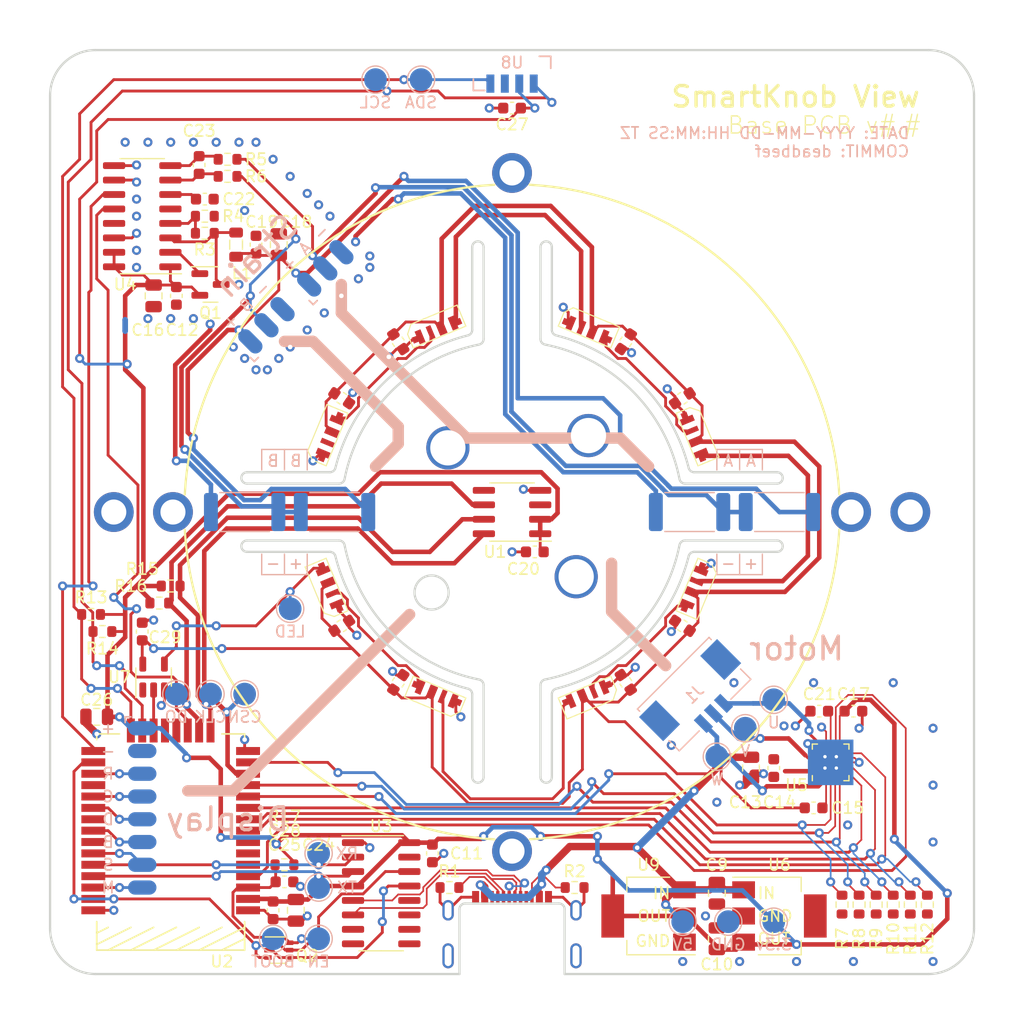
<source format=kicad_pcb>
(kicad_pcb (version 20241229) (generator "pcbnew") (generator_version "9.0")
  (layers (0 "F.Cu" signal) (2 "B.Cu" signal) (13 "F.Paste" user) (15 "B.Paste" user) (5 "F.SilkS" user "F.Silkscreen") (7 "B.SilkS" user "B.Silkscreen") (1 "F.Mask" user) (3 "B.Mask" user) (25 "Edge.Cuts" user))
  (property "COMMIT_DATE_LONG" "YYYY-MM-DD HH:MM:SS TZ")
  (property "COMMIT_HASH" "deadbeef")
  (property "RELEASE_VERSION" "v#.#")
  (net 0 "")
  (net 1 "GND")
  (net 2 "Net-(U5-VCP)")
  (net 3 "Net-(U5-1V8OUT)")
  (net 4 "Net-(U4-VBG)")
  (net 5 "Net-(U4-INA+)")
  (net 6 "Net-(U4-INA-)")
  (net 7 "Net-(D1-DOUT)")
  (net 8 "Net-(D2-DOUT)")
  (net 9 "/USB_CC1")
  (net 10 "/USB_D-")
  (net 11 "/USB_D+")
  (net 12 "/USB_CC2")
  (net 13 "Net-(D3-DOUT)")
  (net 14 "/STRAIN_E+")
  (net 15 "Net-(D4-DOUT)")
  (net 16 "Net-(D5-DOUT)")
  (net 17 "Net-(D6-DOUT)")
  (net 18 "Net-(D7-DOUT)")
  (net 20 "Net-(J1-Pin_3)")
  (net 21 "Net-(J1-Pin_2)")
  (net 22 "Net-(J1-Pin_1)")
  (net 25 "/STRAIN_S-")
  (net 26 "/STRAIN_S+")
  (net 27 "/RTS")
  (net 28 "/DTR")
  (net 29 "/ESP32_EN")
  (net 30 "/ESP32_BOOT")
  (net 31 "/USB_SERIAL_RXI")
  (net 32 "/USB_SERIAL_TXO")
  (net 33 "/LED_DATA_5V")
  (net 34 "/LCD_CMD")
  (net 35 "/LCD_CS")
  (net 36 "/LCD_BACKLIGHT")
  (net 37 "/LCD_DATA")
  (net 38 "/LCD_SCK")
  (net 39 "/LCD_RST")
  (net 40 "/MAG_DO")
  (net 41 "/MAG_CLK")
  (net 42 "/MAG_CSN")
  (net 43 "/STRAIN_DO")
  (net 44 "/STRAIN_SCK")
  (net 45 "/TMC_UH")
  (net 46 "/TMC_VH")
  (net 47 "/TMC_WH")
  (net 48 "/TMC_UL")
  (net 49 "/TMC_WL")
  (net 50 "/TMC_VL")
  (net 51 "/TMC_DIAG")
  (net 52 "/LED_DATA_3V3")
  (net 53 "/SDA")
  (net 54 "/SCL")
  (net 55 "GNDA")
  (net 56 "Net-(Q1-C)")
  (net 66 "Net-(Q1-B)")
  (net 67 "Net-(U4-VFB)")
  (net 89 "+5V")
  (net 90 "+3V3")
  (footprint "Capacitor_SMD:C_0603_1608Metric" (layer "F.Cu") (at 90 114.967 56.2)
    (property "Reference" "C2" (hide yes))
    (property "Value" "0.1uF")
  )
  (footprint "Holes:MountingHole_M3" (layer "F.Cu") (at 106.716164 93.278675)
    (property "Reference" "H1" (hide yes))
    (property "Value" "MotorHole")
  )
  (footprint "Holes:MountingHole_2.2mm_M2_ISO7380_Pad_NonVirtual" (layer "F.Cu") (at 100 129.8)
    (property "Reference" "H4" (hide yes))
    (property "Value" "MountHole")
  )
  (footprint "Holes:MountingHole_2.2mm_M2_ISO7380_Pad_NonVirtual" (layer "F.Cu") (at 70.2 100)
    (property "Reference" "H5" (hide yes))
    (property "Value" "MountHole")
  )
  (footprint "Holes:MountingHole_2.2mm_M2_ISO7380_Pad_NonVirtual" (layer "F.Cu") (at 100 70.2)
    (property "Reference" "H6" (hide yes))
    (property "Value" "MountHole")
  )
  (footprint "sk6812:SK6812-SIDE-A" (layer "F.Cu") (at 91.735336 115.248051 -22.5)
    (property "Reference" "D2" (hide yes))
    (property "Value" "SK6812SIDE-A")
  )
  (footprint "Holes:MountingHole_2.2mm_M2_ISO7380_Pad_NonVirtual" (layer "F.Cu") (at 129.8 100)
    (property "Reference" "H7" (hide yes))
    (property "Value" "MountHole")
  )
  (footprint "Capacitor_SMD:C_0603_1608Metric" (layer "F.Cu") (at 85.033 110 33.7)
    (property "Reference" "C1" (hide yes))
    (property "Value" "0.1uF")
  )
  (footprint "sk6812:SK6812-SIDE-A" (layer "F.Cu") (at 83.374 104.938 -67.5)
    (property "Reference" "D1" (hide yes))
    (property "Value" "SK6812SIDE-A")
  )
  (footprint "GCT_USB:USB4510_NoPaste" (layer "F.Cu") (at 100 140.6)
    (property "Reference" "J2")
    (property "Value" "USB_C_Receptacle_USB2.0")
    (fp_line (start -4.62 0) (end -4.62 -5.7) (stroke (width 0.2)) (layer "Edge.Cuts"))
    (fp_line (start -4.12 -6.2) (end 4.12 -6.2) (stroke (width 0.2)) (layer "Edge.Cuts"))
    (fp_line (start 4.62 0) (end 4.62 -5.7) (stroke (width 0.2)) (layer "Edge.Cuts"))
    (fp_arc (start -4.62 -5.7) (mid -4.473553 -6.053553) (end -4.12 -6.2) (stroke (width 0.2)) (layer "Edge.Cuts"))
    (fp_arc (start 4.12 -6.2) (mid 4.473553 -6.053553) (end 4.62 -5.7) (stroke (width 0.2)) (layer "Edge.Cuts"))
  )
  (footprint "Resistor_SMD:R_0603_1608Metric" (layer "F.Cu") (at 94.5 133 180)
    (property "Reference" "R1")
    (property "Value" "5.1k")
  )
  (footprint "Resistor_SMD:R_0603_1608Metric" (layer "F.Cu") (at 105.5 133)
    (property "Reference" "R2")
    (property "Value" "5.1k")
  )
  (footprint "lilygo_micro32:T-Micro32" (layer "F.Cu") (at 76.5 135 180)
    (property "Reference" "U2")
    (property "Value" "T-Micro32_Plus")
  )
  (footprint "Capacitor_SMD:C_0603_1608Metric" (layer "F.Cu") (at 93 130 -90)
    (property "Reference" "C11")
    (property "Value" "0.1uF")
  )
  (footprint "Capacitor_SMD:C_0805_2012Metric" (layer "F.Cu") (at 121 122.5 -90)
    (property "Reference" "C13")
    (property "Value" "22uF")
  )
  (footprint "Capacitor_SMD:C_0603_1608Metric" (layer "F.Cu") (at 123 122.5 -90)
    (property "Reference" "C14")
    (property "Value" "0.1uF")
  )
  (footprint "Capacitor_SMD:C_0603_1608Metric" (layer "F.Cu") (at 126.5 126)
    (property "Reference" "C15")
    (property "Value" "0.1uF")
  )
  (footprint "Capacitor_SMD:C_0805_2012Metric" (layer "F.Cu") (at 68.5 81 -90)
    (property "Reference" "C16")
    (property "Value" "10uF")
  )
  (footprint "Capacitor_SMD:C_0603_1608Metric" (layer "F.Cu") (at 130 117.5)
    (property "Reference" "C17")
    (property "Value" "0.1uF")
  )
  (footprint "Capacitor_SMD:C_0805_2012Metric" (layer "F.Cu") (at 79.5 76.5 90)
    (property "Reference" "C18")
    (property "Value" "10uF")
  )
  (footprint "Capacitor_SMD:C_0603_1608Metric" (layer "F.Cu") (at 73 72.5 180)
    (property "Reference" "C22")
    (property "Value" "0.1uF")
  )
  (footprint "Package_TO_SOT_SMD:SOT-23" (layer "F.Cu") (at 73.5 80)
    (property "Reference" "Q1")
    (property "Value" "MMBT4403")
  )
  (footprint "Resistor_SMD:R_0603_1608Metric" (layer "F.Cu") (at 73 74)
    (property "Reference" "R4")
    (property "Value" "8.2k")
  )
  (footprint "Resistor_SMD:R_0603_1608Metric" (layer "F.Cu") (at 75 70.5)
    (property "Reference" "R5")
    (property "Value" "100")
  )
  (footprint "Modified:SOT-223-3_TabPin2_InGndOut" (layer "F.Cu") (at 123.5 135.5)
    (property "Reference" "U6")
    (property "Value" "AP2114HA-3.3")
  )
  (footprint "Capacitor_SMD:C_0805_2012Metric" (layer "F.Cu") (at 63.5 118 180)
    (property "Reference" "C26")
    (property "Value" "10uF")
  )
  (footprint "Package_TO_SOT_SMD:SOT-363_SC-70-6" (layer "F.Cu") (at 79.5 138.5)
    (property "Reference" "Q2")
    (property "Value" "UMH3N")
  )
  (footprint "Package_SO:SOIC-16_3.9x9.9mm_P1.27mm" (layer "F.Cu") (at 88.5 133.5)
    (property "Reference" "U3")
    (property "Value" "CH340C")
  )
  (footprint "Capacitor_SMD:C_0603_1608Metric" (layer "F.Cu") (at 70.5 81 -90)
    (property "Reference" "C12")
    (property "Value" "0.1uF")
  )
  (footprint "Package_TO_SOT_SMD:SOT-23-5" (layer "F.Cu") (at 68.5 114.5 90)
    (property "Reference" "U7")
    (property "Value" "SN74LV1T34DBV")
  )
  (footprint "Capacitor_SMD:C_0603_1608Metric" (layer "F.Cu") (at 90 85.033 -56.3)
    (property "Reference" "C7" (hide yes))
    (property "Value" "0.1uF")
  )
  (footprint "sk6812:SK6812-SIDE-A" (layer "F.Cu") (at 95.062 83.374 -157.5)
    (property "Reference" "D7" (hide yes))
    (property "Value" "SK6812SIDE-A")
  )
  (footprint "sk6812:SK6812-SIDE-A" (layer "F.Cu") (at 84.751949 91.735336 -112.5)
    (property "Reference" "D8" (hide yes))
    (property "Value" "SK6812SIDE-A")
  )
  (footprint "Capacitor_SMD:C_0603_1608Metric" (layer "F.Cu") (at 85.033 90 -33.8)
    (property "Reference" "C8" (hide yes))
    (property "Value" "0.1uF")
  )
  (footprint "Inductor_SMD:L_0805_2012Metric" (layer "F.Cu") (at 75.75 76.5 -90)
    (property "Reference" "L1")
    (property "Value" "3.3uH")
  )
  (footprint "Modified:QFN-20-1EP_3x3mm_P0.4mm_EP1.65x1.65mm_ThermalVias_LargerViaHoles" (layer "F.Cu") (at 128 122 90)
    (property "Reference" "U5")
    (property "Value" "TMC6300")
  )
  (footprint "Capacitor_SMD:C_0603_1608Metric" (layer "F.Cu") (at 100 64.5 180)
    (property "Reference" "C27")
    (property "Value" "0.1uF")
  )
  (footprint "Capacitor_SMD:C_0603_1608Metric" (layer "F.Cu") (at 127 117.5 180)
    (property "Reference" "C21")
    (property "Value" "0.1uF")
  )
  (footprint "Resistor_SMD:R_0603_1608Metric" (layer "F.Cu") (at 70 106.5 180)
    (property "Reference" "R16")
    (property "Value" "2.2k")
  )
  (footprint "Package_SO:SOIC-8_3.9x4.9mm_P1.27mm" (layer "F.Cu") (at 100 100 180)
    (property "Reference" "U1")
    (property "Value" "MT6701-CT")
  )
  (footprint "Capacitor_SMD:C_0603_1608Metric" (layer "F.Cu") (at 102 103.5 180)
    (property "Reference" "C20")
    (property "Value" "0.1uF")
  )
  (footprint "Capacitor_SMD:C_0603_1608Metric" (layer "F.Cu") (at 67.5 110.5 90)
    (property "Reference" "C29")
    (property "Value" "0.1uF")
  )
  (footprint "Resistor_SMD:R_0603_1608Metric" (layer "F.Cu") (at 69 108)
    (property "Reference" "R15")
    (property "Value" "2.2k")
  )
  (footprint "Resistor_SMD:R_0603_1608Metric" (layer "F.Cu") (at 64 110.5 180)
    (property "Reference" "R14")
    (property "Value" "2.2k")
  )
  (footprint "Resistor_SMD:R_0603_1608Metric" (layer "F.Cu") (at 63 109 180)
    (property "Reference" "R13")
    (property "Value" "2.2k")
  )
  (footprint "Package_SO:SOIC-16_3.9x9.9mm_P1.27mm" (layer "F.Cu") (at 67.5 74 180)
    (property "Reference" "U4")
    (property "Value" "HX711")
  )
  (footprint "Resistor_SMD:R_0603_1608Metric" (layer "F.Cu") (at 75 69 180)
    (property "Reference" "R6")
    (property "Value" "100")
  )
  (footprint "Capacitor_SMD:C_0603_1608Metric" (layer "F.Cu") (at 77.5 76.5 90)
    (property "Reference" "C19")
    (property "Value" "0.1uF")
  )
  (footprint "Resistor_SMD:R_0603_1608Metric" (layer "F.Cu") (at 73 75.5 180)
    (property "Reference" "R3")
    (property "Value" "10k")
  )
  (footprint "Capacitor_SMD:C_0603_1608Metric" (layer "F.Cu") (at 72.5 69.5 -90)
    (property "Reference" "C23")
    (property "Value" "0.1uF")
  )
  (footprint "Resistor_SMD:R_0603_1608Metric" (layer "F.Cu") (at 129 134.5 -90)
    (property "Reference" "R7")
    (property "Value" "10k")
  )
  (footprint "Resistor_SMD:R_0603_1608Metric" (layer "F.Cu") (at 130.5 134.5 -90)
    (property "Reference" "R8")
    (property "Value" "10k")
  )
  (footprint "Resistor_SMD:R_0603_1608Metric" (layer "F.Cu") (at 136.5 134.5 -90)
    (property "Reference" "R12")
    (property "Value" "10k")
  )
  (footprint "Resistor_SMD:R_0603_1608Metric" (layer "F.Cu") (at 132 134.5 -90)
    (property "Reference" "R9")
    (property "Value" "10k")
  )
  (footprint "Resistor_SMD:R_0603_1608Metric" (layer "F.Cu") (at 133.5 134.5 -90)
    (property "Reference" "R10")
    (property "Value" "10k")
  )
  (footprint "Resistor_SMD:R_0603_1608Metric" (layer "F.Cu") (at 135 134.5 -90)
    (property "Reference" "R11")
    (property "Value" "10k")
  )
  (footprint "Resistor_SMD:R_0603_1608Metric" (layer "F.Cu") (at 80 131 180)
    (property "Reference" "R17")
    (property "Value" "10k")
  )
  (footprint "Capacitor_SMD:C_0603_1608Metric" (layer "F.Cu") (at 80 132.5)
    (property "Reference" "C28")
    (property "Value" "1uF")
  )
  (footprint "Capacitor_SMD:C_0603_1608Metric" (layer "F.Cu") (at 79 135 -90)
    (property "Reference" "C25")
    (property "Value" "0.1uF")
  )
  (footprint "Capacitor_SMD:C_0805_2012Metric" (layer "F.Cu") (at 118 137.5 90)
    (property "Reference" "C10")
    (property "Value" "10uF")
  )
  (footprint "Capacitor_SMD:C_0805_2012Metric" (layer "F.Cu") (at 118 133.5 -90)
    (property "Reference" "C9")
    (property "Value" "10uF")
  )
  (footprint "BOM_Only:bom_only_no_pin" (layer "F.Cu") (at 121.9 71.8)
    (property "Reference" "Z7" (hide yes))
    (property "Value" "RotorScrew (BOM-only)" (hide yes))
  )
  (footprint "BOM_Only:bom_only_no_pin" (layer "F.Cu") (at 120.4 71.8)
    (property "Reference" "Z9" (hide yes))
    (property "Value" "WatchGlass39.5mm")
  )
  (footprint "BOM_Only:bom_only_no_pin" (layer "F.Cu") (at 121.9 71.8)
    (property "Reference" "Z10" (hide yes))
    (property "Value" "BLDCMotor" (hide yes))
  )
  (footprint "Holes:MountingHole_2.2mm_M2_ISO7380_Pad_NonVirtual" (layer "F.Cu") (at 135 100)
    (property "Reference" "H8" (hide yes))
    (property "Value" "AlignmentHole")
  )
  (footprint "Holes:MountingHole_2.2mm_M2_ISO7380_Pad_NonVirtual" (layer "F.Cu") (at 65 100)
    (property "Reference" "H9" (hide yes))
    (property "Value" "AlignmentHole")
  )
  (footprint "Capacitor_SMD:C_0805_2012Metric" (layer "F.Cu") (at 81 135 -90)
    (property "Reference" "C24")
    (property "Value" "10uF")
  )
  (footprint "Capacitor_SMD:C_0603_1608Metric" (layer "F.Cu") (at 114.967 90 -146.3)
    (property "Reference" "C5" (hide yes))
    (property "Value" "0.1uF")
  )
  (footprint "sk6812:SK6812-SIDE-A" (layer "F.Cu") (at 116.626 95.062 112.5)
    (property "Reference" "D5" (hide yes))
    (property "Value" "SK6812SIDE-A")
  )
  (footprint "Holes:MountingHole_M3" (layer "F.Cu") (at 94.359585 94.355411)
    (property "Reference" "H3" (hide yes))
    (property "Value" "MotorHole")
  )
  (footprint "Capacitor_SMD:C_0603_1608Metric" (layer "F.Cu") (at 110 114.967 123.7)
    (property "Reference" "C3" (hide yes))
    (property "Value" "0.1uF")
  )
  (footprint "Modified:SOT-223-3_TabPin2_GndOutIn" (layer "F.Cu") (at 112 135.5 180)
    (property "Reference" "U9")
    (property "Value" "TS1117BCW33_RPG")
  )
  (footprint "Capacitor_SMD:C_0603_1608Metric" (layer "F.Cu") (at 110 85.033 -123.8)
    (property "Reference" "C6" (hide yes))
    (property "Value" "0.1uF")
  )
  (footprint "sk6812:SK6812-SIDE-A" (layer "F.Cu") (at 108.264664 84.751949 157.5)
    (property "Reference" "D6" (hide yes))
    (property "Value" "SK6812SIDE-A")
  )
  (footprint "view_custom:ViewKeepouts3d" (layer "F.Cu") (at 100 100)
    (property "Reference" "Z5" (hide yes))
    (property "Value" "dummy_keepouts")
  )
  (footprint "Holes:MountingHole_M3" (layer "F.Cu") (at 105.637587 105.682619)
    (property "Reference" "H2" (hide yes))
    (property "Value" "MotorHole")
  )
  (footprint "sk6812:SK6812-SIDE-A" (layer "F.Cu") (at 115.248051 108.264664 67.5)
    (property "Reference" "D4" (hide yes))
    (property "Value" "SK6812SIDE-A")
  )
  (footprint "Capacitor_SMD:C_0603_1608Metric" (layer "F.Cu") (at 114.967 110 146.2)
    (property "Reference" "C4" (hide yes))
    (property "Value" "0.1uF")
  )
  (footprint "sk6812:SK6812-SIDE-A" (layer "F.Cu") (at 104.938 116.626 22.5)
    (property "Reference" "D3" (hide yes))
    (property "Value" "SK6812SIDE-A")
  )
  (footprint "SolderPads:SolderPads_2mm_8" (layer "B.Cu") (at 67.5 119 -90)
    (property "Reference" "J3" (hide yes))
    (property "Value" "LCD")
  )
  (footprint "SolderPads:SolderPads_2mm_3_STRAIN" (layer "B.Cu") (at 82.171573 80 45)
    (property "Reference" "J4" (hide yes))
    (property "Value" "A")
  )
  (footprint "VEML7700:VEML7700-TOP" (layer "B.Cu") (at 100 61 180)
    (property "Reference" "U8")
    (property "Value" "VEML7700")
  )
  (footprint "SolderPads:SolderPads_2mm_3_STRAIN" (layer "B.Cu") (at 77 85 45)
    (property "Reference" "J5" (hide yes))
    (property "Value" "B")
  )
  (footprint "Molex:532610371" (layer "B.Cu") (at 116.816 118.584 45)
    (property "Reference" "J1")
    (property "Value" "BLDC")
  )
  (footprint "Modified:TestPoint_Pad_D2.0mm_ValueSilk" (layer "B.Cu") (at 115 136)
    (property "Reference" "TP1" (hide yes))
    (property "Value" "5V" (hide yes))
  )
  (footprint "Modified:TestPoint_Pad_D2.0mm_ValueSilk" (layer "B.Cu") (at 123 136)
    (property "Reference" "TP2" (hide yes))
    (property "Value" "3.3v" (hide yes))
  )
  (footprint "Modified:TestPoint_Pad_D2.0mm_ValueSilk" (layer "B.Cu") (at 119 136)
    (property "Reference" "TP3" (hide yes))
    (property "Value" "GND" (hide yes))
  )
  (footprint "Modified:TestPoint_Pad_D2.0mm_ValueSilk" (layer "B.Cu") (at 92 62)
    (property "Reference" "TP4" (hide yes))
    (property "Value" "SDA" (hide yes))
  )
  (footprint "Modified:TestPoint_Pad_D2.0mm_ValueSilk" (layer "B.Cu") (at 88 62)
    (property "Reference" "TP5" (hide yes))
    (property "Value" "SCL" (hide yes))
  )
  (footprint "Modified:TestPoint_Pad_D2.0mm_ValueSilk" (layer "B.Cu") (at 123 116.5)
    (property "Reference" "TP6" (hide yes))
    (property "Value" "U" (hide yes))
  )
  (footprint "Modified:TestPoint_Pad_D2.0mm_ValueSilk" (layer "B.Cu") (at 120.5 119)
    (property "Reference" "TP7" (hide yes))
    (property "Value" "V" (hide yes))
  )
  (footprint "Modified:TestPoint_Pad_D2.0mm_ValueSilk" (layer "B.Cu") (at 118 121.5)
    (property "Reference" "TP8" (hide yes))
    (property "Value" "W" (hide yes))
  )
  (footprint "Modified:TestPoint_Pad_D2.0mm_ValueSilk" (layer "B.Cu") (at 76.5 116)
    (property "Reference" "TP9" (hide yes))
    (property "Value" "CSN" (hide yes))
  )
  (footprint "Modified:TestPoint_Pad_D2.0mm_ValueSilk" (layer "B.Cu") (at 70.5 116)
    (property "Reference" "TP11" (hide yes))
    (property "Value" "DO" (hide yes))
  )
  (footprint "Modified:TestPoint_Pad_D2.0mm_ValueSilk" (layer "B.Cu") (at 80.5 108.5)
    (property "Reference" "TP12" (hide yes))
    (property "Value" "LED" (hide yes))
  )
  (footprint "Modified:TestPoint_Pad_D2.0mm_ValueSilk" (layer "B.Cu") (at 73.5 116)
    (property "Reference" "TP10" (hide yes))
    (property "Value" "CLK" (hide yes))
  )
  (footprint "Modified:TestPoint_Pad_D2.0mm_ValueSilk" (layer "B.Cu") (at 83 137.5)
    (property "Reference" "TP13" (hide yes))
    (property "Value" "EN" (hide yes))
  )
  (footprint "Modified:TestPoint_Pad_D2.0mm_ValueSilk" (layer "B.Cu") (at 79 137.5)
    (property "Reference" "TP14" (hide yes))
    (property "Value" "BOOT" (hide yes))
  )
  (footprint "Modified:TestPoint_Pad_D2.0mm_ValueSilk" (layer "B.Cu") (at 83 133 180)
    (property "Reference" "TP15" (hide yes))
    (property "Value" "TX" (hide yes))
  )
  (footprint "Modified:TestPoint_Pad_D2.0mm_ValueSilk" (layer "B.Cu") (at 83 130 180)
    (property "Reference" "TP16" (hide yes))
    (property "Value" "RX" (hide yes))
  )
  (footprint "Resistor_SMD:R_2512_6332Metric" (layer "B.Cu") (at 123.5 100 180)
    (property "Reference" "R18" (hide yes))
    (property "Value" "330")
  )
  (footprint "NetTie:NetTie-2_SMD_Pad0.5mm" (layer "B.Cu") (at 66 83.6 -90)
    (property "Reference" "NT1" (hide yes))
    (property "Value" "NetTie_2")
  )
  (footprint "Resistor_SMD:R_2512_6332Metric" (layer "B.Cu") (at 76.5 100)
    (property "Reference" "R21" (hide yes))
    (property "Value" "330")
  )
  (footprint "Resistor_SMD:R_2512_6332Metric" (layer "B.Cu") (at 115.6 100 180)
    (property "Reference" "R19" (hide yes))
    (property "Value" "330")
  )
  (footprint "Resistor_SMD:R_2512_6332Metric" (layer "B.Cu") (at 84.4 100)
    (property "Reference" "R20" (hide yes))
    (property "Value" "330")
  )
  (gr_arc (start 98.452153 128.758375) (mid 79.64214 120.371488) (end 71.242667 101.567092) (stroke (width 0.2)) (layer "F.SilkS"))
  (gr_arc (start 128.758375 101.547847) (mid 120.371488 120.35786) (end 101.567092 128.757333) (stroke (width 0.2)) (layer "F.SilkS"))
  (gr_arc (start 101.547847 71.241625) (mid 120.35786 79.628512) (end 128.757333 98.432908) (stroke (width 0.2)) (layer "F.SilkS"))
  (gr_arc (start 71.241625 98.452153) (mid 79.628512 79.64214) (end 98.432908 71.242667) (stroke (width 0.2)) (layer "F.SilkS"))
  (gr_line (start 78 96.3) (end 78 94.5) (stroke (width 0.12)) (layer "B.SilkS"))
  (gr_line (start 78 103.7) (end 78 105.5) (stroke (width 0.12)) (layer "B.SilkS"))
  (gr_line (start 80 96.3) (end 80 94.5) (stroke (width 0.12)) (layer "B.SilkS"))
  (gr_line (start 82 105.5) (end 82 103.7) (stroke (width 0.12)) (layer "B.SilkS"))
  (gr_line (start 78 105.5) (end 82 105.5) (stroke (width 0.12)) (layer "B.SilkS"))
  (gr_line (start 78 94.5) (end 82 94.5) (stroke (width 0.12)) (layer "B.SilkS"))
  (gr_line (start 82 94.5) (end 82 96.3) (stroke (width 0.12)) (layer "B.SilkS"))
  (gr_line (start 80 105.5) (end 80 103.7) (stroke (width 0.12)) (layer "B.SilkS"))
  (gr_line (start 90 94) (end 90 92.5) (stroke (width 1)) (layer "B.SilkS"))
  (gr_line (start 96 93.5) (end 85 82.5) (stroke (width 1)) (layer "B.SilkS"))
  (gr_line (start 75.5 124.5) (end 71.5 124.5) (stroke (width 1)) (layer "B.SilkS"))
  (gr_line (start 118 96.3) (end 118 94.5) (stroke (width 0.12)) (layer "B.SilkS"))
  (gr_line (start 118 94.5) (end 122 94.5) (stroke (width 0.12)) (layer "B.SilkS"))
  (gr_line (start 88 96) (end 90 94) (stroke (width 1)) (layer "B.SilkS"))
  (gr_line (start 122 94.5) (end 122 96.3) (stroke (width 0.12)) (layer "B.SilkS"))
  (gr_line (start 109.5 93.5) (end 96 93.5) (stroke (width 1)) (layer "B.SilkS"))
  (gr_line (start 90 92.5) (end 82.5 85) (stroke (width 1)) (layer "B.SilkS"))
  (gr_line (start 112 96) (end 109.5 93.5) (stroke (width 1)) (layer "B.SilkS"))
  (gr_line (start 108.75 104.5) (end 108.75 108.75) (stroke (width 1)) (layer "B.SilkS"))
  (gr_line (start 120 96.3) (end 120 94.5) (stroke (width 0.12)) (layer "B.SilkS"))
  (gr_line (start 108.75 108.75) (end 113.5 113.5) (stroke (width 1)) (layer "B.SilkS"))
  (gr_line (start 118 103.7) (end 118 105.5) (stroke (width 0.12)) (layer "B.SilkS"))
  (gr_line (start 122 105.5) (end 122 103.7) (stroke (width 0.12)) (layer "B.SilkS"))
  (gr_line (start 85 82.5) (end 85 80) (stroke (width 1)) (layer "B.SilkS"))
  (gr_line (start 120 105.5) (end 120 103.7) (stroke (width 0.12)) (layer "B.SilkS"))
  (gr_line (start 91 109) (end 75.5 124.5) (stroke (width 1)) (layer "B.SilkS"))
  (gr_line (start 82.5 85) (end 80 85) (stroke (width 1)) (layer "B.SilkS"))
  (gr_line (start 118 105.5) (end 122 105.5) (stroke (width 0.12)) (layer "B.SilkS"))
  (gr_line (start 84.793094 102.499999) (end 76.709801 102.499999) (stroke (width 0.2)) (layer "Edge.Cuts"))
  (gr_line (start 96.5 116.00781) (end 96.5 123.290199) (stroke (width 0.2)) (layer "Edge.Cuts"))
  (gr_line (start 97.5 123.290199) (end 97.500001 115.206906) (stroke (width 0.2)) (layer "Edge.Cuts"))
  (gr_arc (start 103.499999 116.00781) (mid 103.605914 115.700081) (end 103.878787 115.522725) (stroke (width 0.2)) (layer "Edge.Cuts"))
  (gr_arc (start 97.5 123.290199) (mid 97 123.790199) (end 96.5 123.290199) (stroke (width 0.2)) (layer "Edge.Cuts"))
  (gr_arc (start 114.71636 102.903226) (mid 110.606601 110.606601) (end 102.903225 114.71636) (stroke (width 0.2)) (layer "Edge.Cuts"))
  (gr_arc (start 114.716361 102.903226) (mid 114.889406 102.613745) (end 115.206906 102.5) (stroke (width 0.2)) (layer "Edge.Cuts"))
  (gr_arc (start 115.522725 103.878788) (mid 111.313708 111.313709) (end 103.878787 115.522725) (stroke (width 0.2)) (layer "Edge.Cuts"))
  (gr_arc (start 115.522726 103.878787) (mid 115.700082 103.605915) (end 116.00781 103.5) (stroke (width 0.2)) (layer "Edge.Cuts"))
  (gr_arc (start 123.290199 96.500001) (mid 123.790199 97.000001) (end 123.290199 97.500001) (stroke (width 0.2)) (layer "Edge.Cuts"))
  (gr_arc (start 103.499999 123.290199) (mid 102.999999 123.790199) (end 102.499999 123.290199) (stroke (width 0.2)) (layer "Edge.Cuts"))
  (gr_line (start 103.499999 123.290199) (end 103.499999 116.00781) (stroke (width 0.2)) (layer "Edge.Cuts"))
  (gr_circle (center 92.928933 107.071067) (end 94.428933 107.071067) (stroke (width 0.2)) (fill no) (layer "Edge.Cuts"))
  (gr_line (start 116.00781 103.5) (end 123.290199 103.5) (stroke (width 0.2)) (layer "Edge.Cuts"))
  (gr_arc (start 102.903226 85.28364) (mid 110.606601 89.393399) (end 114.71636 97.096775) (stroke (width 0.2)) (layer "Edge.Cuts"))
  (gr_line (start 115.206906 97.500001) (end 123.290199 97.500001) (stroke (width 0.2)) (layer "Edge.Cuts"))
  (gr_arc (start 96.121212 115.522725) (mid 88.686291 111.313708) (end 84.477275 103.878787) (stroke (width 0.2)) (layer "Edge.Cuts"))
  (gr_arc (start 115.206906 97.500002) (mid 114.889405 97.386257) (end 114.71636 97.096775) (stroke (width 0.2)) (layer "Edge.Cuts"))
  (gr_arc (start 102.499998 115.206906) (mid 102.613743 114.889405) (end 102.903225 114.71636) (stroke (width 0.2)) (layer "Edge.Cuts"))
  (gr_arc (start 140.6 136.599999) (mid 139.428427 139.428426) (end 136.6 140.599999) (stroke (width 0.2)) (layer "Edge.Cuts"))
  (gr_line (start 123.290199 102.5) (end 115.206906 102.5) (stroke (width 0.2)) (layer "Edge.Cuts"))
  (gr_arc (start 76.709801 103.499999) (mid 76.209801 102.999999) (end 76.709801 102.499999) (stroke (width 0.2)) (layer "Edge.Cuts"))
  (gr_arc (start 97.096774 114.71636) (mid 89.393399 110.606601) (end 85.28364 102.903225) (stroke (width 0.2)) (layer "Edge.Cuts"))
  (gr_arc (start 83.99219 103.499999) (mid 84.299919 103.605914) (end 84.477275 103.878787) (stroke (width 0.2)) (layer "Edge.Cuts"))
  (gr_arc (start 97.096774 114.71636) (mid 97.386256 114.889405) (end 97.500001 115.206906) (stroke (width 0.2)) (layer "Edge.Cuts"))
  (gr_line (start 76.709801 103.499999) (end 83.99219 103.499999) (stroke (width 0.2)) (layer "Edge.Cuts"))
  (gr_line (start 102.499999 115.206906) (end 102.499999 123.290199) (stroke (width 0.2)) (layer "Edge.Cuts"))
  (gr_arc (start 84.793094 102.499998) (mid 85.110595 102.613743) (end 85.28364 102.903225) (stroke (width 0.2)) (layer "Edge.Cuts"))
  (gr_arc (start 102.903226 85.283639) (mid 102.613745 85.110594) (end 102.5 84.793094) (stroke (width 0.2)) (layer "Edge.Cuts"))
  (gr_line (start 123.290199 96.500001) (end 116.00781 96.500001) (stroke (width 0.2)) (layer "Edge.Cuts"))
  (gr_arc (start 123.290199 102.5) (mid 123.790199 103) (end 123.290199 103.5) (stroke (width 0.2)) (layer "Edge.Cuts"))
  (gr_arc (start 96.121213 115.522726) (mid 96.394085 115.700082) (end 96.5 116.00781) (stroke (width 0.2)) (layer "Edge.Cuts"))
  (gr_arc (start 59.400001 63.4) (mid 60.571574 60.571573) (end 63.400001 59.4) (stroke (width 0.2)) (layer "Edge.Cuts"))
  (gr_arc (start 136.6 59.4) (mid 139.428427 60.571573) (end 140.6 63.4) (stroke (width 0.2)) (layer "Edge.Cuts"))
  (gr_line (start 59.400001 136.599999) (end 59.400001 63.4) (stroke (width 0.2)) (layer "Edge.Cuts"))
  (gr_line (start 136.6 140.599999) (end 104.619999 140.6) (stroke (width 0.2)) (layer "Edge.Cuts"))
  (gr_line (start 95.38 140.6) (end 63.400001 140.599999) (stroke (width 0.2)) (layer "Edge.Cuts"))
  (gr_arc (start 63.400001 140.599999) (mid 60.571574 139.428426) (end 59.400001 136.599999) (stroke (width 0.2)) (layer "Edge.Cuts"))
  (gr_line (start 140.6 63.4) (end 140.6 136.599999) (stroke (width 0.2)) (layer "Edge.Cuts"))
  (gr_line (start 63.400001 59.4) (end 136.6 59.4) (stroke (width 0.2)) (layer "Edge.Cuts"))
  (gr_arc (start 97.500002 84.793094) (mid 97.386257 85.110595) (end 97.096775 85.28364) (stroke (width 0.2)) (layer "Edge.Cuts"))
  (gr_arc (start 103.878788 84.477275) (mid 111.313709 88.686292) (end 115.522725 96.121213) (stroke (width 0.2)) (layer "Edge.Cuts"))
  (gr_arc (start 103.878787 84.477274) (mid 103.605915 84.299918) (end 103.5 83.99219) (stroke (width 0.2)) (layer "Edge.Cuts"))
  (gr_arc (start 102.5 76.709801) (mid 103 76.209801) (end 103.5 76.709801) (stroke (width 0.2)) (layer "Edge.Cuts"))
  (gr_line (start 83.99219 96.5) (end 76.709801 96.5) (stroke (width 0.2)) (layer "Edge.Cuts"))
  (gr_line (start 102.5 76.709801) (end 102.5 84.793094) (stroke (width 0.2)) (layer "Edge.Cuts"))
  (gr_arc (start 116.00781 96.500001) (mid 115.700081 96.394086) (end 115.522725 96.121213) (stroke (width 0.2)) (layer "Edge.Cuts"))
  (gr_arc (start 85.28364 97.096774) (mid 89.393399 89.393399) (end 97.096775 85.28364) (stroke (width 0.2)) (layer "Edge.Cuts"))
  (gr_line (start 96.500001 76.709801) (end 96.500001 83.99219) (stroke (width 0.2)) (layer "Edge.Cuts"))
  (gr_line (start 103.5 83.99219) (end 103.5 76.709801) (stroke (width 0.2)) (layer "Edge.Cuts"))
  (gr_line (start 76.709801 97.5) (end 84.793094 97.5) (stroke (width 0.2)) (layer "Edge.Cuts"))
  (gr_arc (start 96.500001 83.99219) (mid 96.394086 84.299919) (end 96.121213 84.477275) (stroke (width 0.2)) (layer "Edge.Cuts"))
  (gr_arc (start 84.477275 96.121212) (mid 88.686292 88.686291) (end 96.121213 84.477275) (stroke (width 0.2)) (layer "Edge.Cuts"))
  (gr_arc (start 76.709801 97.5) (mid 76.209801 97) (end 76.709801 96.5) (stroke (width 0.2)) (layer "Edge.Cuts"))
  (gr_arc (start 85.283638 97.096775) (mid 85.110593 97.386256) (end 84.793094 97.5) (stroke (width 0.2)) (layer "Edge.Cuts"))
  (gr_line (start 97.500001 84.793094) (end 97.500001 76.709801) (stroke (width 0.2)) (layer "Edge.Cuts"))
  (gr_arc (start 96.500001 76.709801) (mid 97.000001 76.209801) (end 97.500001 76.709801) (stroke (width 0.2)) (layer "Edge.Cuts"))
  (gr_arc (start 84.477274 96.121213) (mid 84.299918 96.394085) (end 83.99219 96.5) (stroke (width 0.2)) (layer "Edge.Cuts"))
  (gr_text "Base PCB ${RELEASE_VERSION}" (at 136 66 0) (layer "F.SilkS") (effects (font (size 1.5 1.5) (thickness 0.12)) (justify right)))
  (gr_text "SmartKnob View" (at 136 63.5 0) (layer "F.SilkS") (effects (font (size 1.8 1.8) (thickness 0.3)) (justify right)))
  (gr_text "B" (at 79 95.5 0) (layer "B.SilkS") (effects (font (size 1 1)) (justify mirror)))
  (gr_text "B" (at 81 95.5 0) (layer "B.SilkS") (effects (font (size 1 1)) (justify mirror)))
  (gr_text "-" (at 79 104.5 0) (layer "B.SilkS") (effects (font (size 1 1)) (justify mirror)))
  (gr_text "+" (at 81 104.5 0) (layer "B.SilkS") (effects (font (size 1 1)) (justify mirror)))
  (gr_text "Motor" (at 125 112 0) (layer "B.SilkS") (effects (font (size 2 2) (thickness 0.3)) (justify mirror)))
  (gr_text "Display" (at 75 127 0) (layer "B.SilkS") (effects (font (size 2 2) (thickness 0.3)) (justify mirror)))
  (gr_text "S" (at 64.5 131 0) (layer "B.SilkS") (effects (font (size 1 1)) (justify mirror)))
  (gr_text "C" (at 64.5 125 0) (layer "B.SilkS") (effects (font (size 1 1)) (justify mirror)))
  (gr_text "M" (at 64.5 133 0) (layer "B.SilkS") (effects (font (size 1 1)) (justify mirror)))
  (gr_text "DATE: ${COMMIT_DATE_LONG}\nCOMMIT: ${COMMIT_HASH}\n" (at 135 67.5 0) (layer "B.SilkS") (effects (font (size 1 1)) (justify left mirror)))
  (gr_text "+" (at 121 104.5 0) (layer "B.SilkS") (effects (font (size 1 1)) (justify mirror)))
  (gr_text "A" (at 121 95.5 0) (layer "B.SilkS") (effects (font (size 1 1)) (justify mirror)))
  (gr_text "+" (at 64.5 119 0) (layer "B.SilkS") (effects (font (size 1 1)) (justify mirror)))
  (gr_text "R" (at 64.5 123 0) (layer "B.SilkS") (effects (font (size 1 1)) (justify mirror)))
  (gr_text "B" (at 64.5 129 0) (layer "B.SilkS") (effects (font (size 1 1)) (justify mirror)))
  (gr_text "A" (at 119 95.5 0) (layer "B.SilkS") (effects (font (size 1 1)) (justify mirror)))
  (gr_text "-" (at 119 104.5 0) (layer "B.SilkS") (effects (font (size 1 1)) (justify mirror)))
  (gr_text "D" (at 64.5 127 0) (layer "B.SilkS") (effects (font (size 1 1)) (justify mirror)))
  (gr_text "-" (at 64.5 121 0) (layer "B.SilkS") (effects (font (size 1 1)) (justify mirror)))
  (gr_text "Strain" (at 77.5 77.5 45) (layer "B.SilkS") (effects (font (size 2 2) (thickness 0.3)) (justify mirror)))
  (segment (start 104.938698 82.438698) (end 104.5 82) (width 0.25) (layer "F.Cu") (net 1))
  (segment (start 114.322987 109.568871) (end 114.322987 110.177013) (width 0.25) (layer "F.Cu") (net 1))
  (segment (start 104.938698 83.374289) (end 104.938698 82.438698) (width 0.25) (layer "F.Cu") (net 1))
  (segment (start 114.322987 110.177013) (end 114 110.5) (width 0.25) (layer "F.Cu") (net 1))
  (segment (start 108.263966 115.24834) (end 108.643892 115.24834) (width 0.25) (layer "F.Cu") (net 1))
  (segment (start 108.643892 115.24834) (end 109.569996 114.322236) (width 0.25) (layer "F.Cu") (net 1))
  (segment (start 110.145089 114.322236) (end 110.828626 113.638699) (width 0.25) (layer "F.Cu") (net 1))
  (segment (start 109.569996 114.322236) (end 110.145089 114.322236) (width 0.25) (layer "F.Cu") (net 1))
  (segment (start 101.095 98.095) (end 101 98) (width 0.25) (layer "F.Cu") (net 1))
  (segment (start 101.225 103.5) (end 100 103.5) (width 0.25) (layer "F.Cu") (net 1))
  (segment (start 102.475 98.095) (end 101.095 98.095) (width 0.25) (layer "F.Cu") (net 1))
  (segment (start 62.55 118) (end 62.55 118.55) (width 0.65) (layer "F.Cu") (net 1))
  (segment (start 95.061302 116.625711) (end 95.061302 117.561302) (width 0.25) (layer "F.Cu") (net 1))
  (segment (start 93 130.775) (end 93.225 130.775) (width 0.25) (layer "F.Cu") (net 1))
  (segment (start 89.854911 85.677764) (end 89.171374 86.361301) (width 0.25) (layer "F.Cu") (net 1))
  (segment (start 81 135.95) (end 81.55 135.95) (width 0.25) (layer "F.Cu") (net 1))
  (segment (start 69.45 116.72501) (end 69.17501 117) (width 0.25) (layer "F.Cu") (net 1))
  (segment (start 93.675 133) (end 93.675 134.295) (width 0.25) (layer "F.Cu") (net 1))
  (segment (start 89.822987 114.322987) (end 89.5 114) (width 0.25) (layer "F.Cu") (net 1))
  (segment (start 126.225 117.5) (end 126.2 117.5) (width 0.25) (layer "F.Cu") (net 1))
  (segment (start 116.625711 104.938698) (end 117.061302 104.938698) (width 0.25) (layer "F.Cu") (net 1))
  (segment (start 104.47 133.85) (end 105.62 135) (width 0.25) (layer "F.Cu") (net 1))
  (segment (start 117.061302 104.938698) (end 117.5 104.5) (width 0.25) (layer "F.Cu") (net 1))
  (segment (start 114.322236 89.854911) (end 113.638699 89.171374) (width 0.25) (layer "F.Cu") (net 1))
  (segment (start 85.677764 110.145089) (end 86.361301 110.828626) (width 0.25) (layer "F.Cu") (net 1))
  (segment (start 95.061302 117.561302) (end 95.5 118) (width 0.25) (layer "F.Cu") (net 1))
  (segment (start 106.325 133) (end 106.325 134.295) (width 0.25) (layer "F.Cu") (net 1))
  (segment (start 91.736034 84.75166) (end 91.356108 84.75166) (width 0.25) (layer "F.Cu") (net 1))
  (segment (start 85.677013 90.431129) (end 85.677013 89.822987) (width 0.25) (layer "F.Cu") (net 1))
  (segment (start 80.825 135.775) (end 81 135.95) (width 0.25) (layer "F.Cu") (net 1))
  (segment (start 120 124) (end 120.45 124) (width 0.65) (layer "F.Cu") (net 1))
  (segment (start 115.24834 91.356108) (end 114.322236 90.430004) (width 0.25) (layer "F.Cu") (net 1))
  (segment (start 126.2 117.5) (end 124.9 118.8) (width 0.25) (layer "F.Cu") (net 1))
  (segment (start 90.430004 85.677764) (end 89.854911 85.677764) (width 0.25) (layer "F.Cu") (net 1))
  (segment (start 76.5 135) (end 78.225 135) (width 0.25) (layer "F.Cu") (net 1))
  (segment (start 126.55 122.8) (end 124.025 122.8) (width 0.25) (layer "F.Cu") (net 1))
  (segment (start 96.8 133.85) (end 95.53 133.85) (width 0.25) (layer "F.Cu") (net 1))
  (segment (start 84.75166 108.263966) (end 84.75166 108.643892) (width 0.25) (layer "F.Cu") (net 1))
  (segment (start 126.55 121.2) (end 126.55 120.908226) (width 0.25) (layer "F.Cu") (net 1))
  (segment (start 127.6 119.3) (end 127.6 120.55) (width 0.15) (layer "F.Cu") (net 1))
  (segment (start 81.55 135.95) (end 82 135.5) (width 0.25) (layer "F.Cu") (net 1))
  (segment (start 129.45 121.6) (end 130.1 121.6) (width 0.15) (layer "F.Cu") (net 1))
  (segment (start 86.025 129.055) (end 87.055 129.055) (width 0.25) (layer "F.Cu") (net 1))
  (segment (start 80.775 132.5) (end 81.000001 132.500001) (width 0.25) (layer "F.Cu") (net 1))
  (segment (start 114.322236 90.430004) (end 114.322236 89.854911) (width 0.25) (layer "F.Cu") (net 1))
  (segment (start 63.5 135) (end 65 135) (width 0.25) (layer "F.Cu") (net 1))
  (segment (start 67.775 109.725) (end 68 109.5) (width 0.25) (layer "F.Cu") (net 1))
  (segment (start 68 109.5) (end 68.5 109.5) (width 0.25) (layer "F.Cu") (net 1))
  (segment (start 129.45 122) (end 130.5 122) (width 0.15) (layer "F.Cu") (net 1))
  (segment (start 83.374289 95.061302) (end 82.938698 95.061302) (width 0.25) (layer "F.Cu") (net 1))
  (segment (start 76.5 121) (end 76.5 120) (width 0.25) (layer "F.Cu") (net 1))
  (segment (start 69.45 115.1) (end 69.45 116.72501) (width 0.25) (layer "F.Cu") (net 1))
  (segment (start 93.225 130.775) (end 94 130) (width 0.25) (layer "F.Cu") (net 1))
  (segment (start 126.55 120.908226) (end 125.989142 120.347368) (width 0.25) (layer "F.Cu") (net 1))
  (segment (start 90.431129 114.322987) (end 89.822987 114.322987) (width 0.25) (layer "F.Cu") (net 1))
  (segment (start 115.24834 91.736034) (end 115.24834 91.356108) (width 0.25) (layer "F.Cu") (net 1))
  (segment (start 79 135.775) (end 80.825 135.775) (width 0.25) (layer "F.Cu") (net 1))
  (segment (start 130.1 121.6) (end 130.5 122) (width 0.15) (layer "F.Cu") (net 1))
  (segment (start 130.775 117.5) (end 130.775 118.725) (width 0.25) (layer "F.Cu") (net 1))
  (segment (start 120.45 124) (end 121 123.45) (width 0.65) (layer "F.Cu") (net 1))
  (segment (start 81.000001 132.500001) (end 81.4 132.9) (width 0.25) (layer "F.Cu") (net 1))
  (segment (start 99.225 64.5) (end 98 64.5) (width 0.25) (layer "F.Cu") (net 1))
  (segment (start 122 122.95) (end 121.182458 122.95) (width 0.65) (layer "F.Cu") (net 1))
  (segment (start 91.356108 84.75166) (end 90.430004 85.677764) (width 0.25) (layer "F.Cu") (net 1))
  (segment (start 122.047533 122.997533) (end 122 122.95) (width 0.65) (layer "F.Cu") (net 1))
  (segment (start 127.2 118.9) (end 127.6 119.3) (width 0.15) (layer "F.Cu") (net 1))
  (segment (start 82.938698 95.061302) (end 82.5 95.5) (width 0.25) (layer "F.Cu") (net 1))
  (segment (start 85.677764 109.569996) (end 85.677764 110.145089) (width 0.25) (layer "F.Cu") (net 1))
  (segment (start 106.325 134.295) (end 105.62 135) (width 0.25) (layer "F.Cu") (net 1))
  (segment (start 109.568871 85.677013) (end 110.177013 85.677013) (width 0.25) (layer "F.Cu") (net 1))
  (segment (start 84.75166 108.643892) (end 85.677764 109.569996) (width 0.25) (layer "F.Cu") (net 1))
  (segment (start 85.677013 89.822987) (end 86 89.5) (width 0.25) (layer "F.Cu") (net 1))
  (segment (start 103.2 133.85) (end 104.47 133.85) (width 0.25) (layer "F.Cu") (net 1))
  (segment (start 130.775 118.725) (end 130.5 119) (width 0.25) (layer "F.Cu") (net 1))
  (segment (start 93.675 134.295) (end 94.38 135) (width 0.25) (layer "F.Cu") (net 1))
  (segment (start 124.025 122.8) (end 124 122.775) (width 0.25) (layer "F.Cu") (net 1))
  (segment (start 87.055 129.055) (end 87.5 129.5) (width 0.25) (layer "F.Cu") (net 1))
  (segment (start 110.177013 85.677013) (end 110.5 86) (width 0.25) (layer "F.Cu") (net 1))
  (segment (start 62.55 118.55) (end 63.5 119.5) (width 0.65) (layer "F.Cu") (net 1))
  (segment (start 124 122.775) (end 125.9343 122.775) (width 0.4) (layer "F.Cu") (net 1))
  (segment (start 78.225 135) (end 79 135.775) (width 0.25) (layer "F.Cu") (net 1))
  (segment (start 95.53 133.85) (end 94.38 135) (width 0.25) (layer "F.Cu") (net 1))
  (via (at 117.5 104.5) (size 0.8) (drill 0.4) (layers "F.Cu" "B.Cu") (net 1))
  (via (at 114 110.5) (size 0.8) (drill 0.4) (layers "F.Cu" "B.Cu") (net 1))
  (via (at 110.828626 113.638699) (size 0.8) (drill 0.4) (layers "F.Cu" "B.Cu") (net 1))
  (via (at 100 103.5) (size 0.8) (drill 0.4) (layers "F.Cu" "B.Cu") (net 1))
  (via (at 101 98) (size 0.8) (drill 0.4) (layers "F.Cu" "B.Cu") (net 1))
  (via (at 94 130) (size 0.8) (drill 0.4) (layers "F.Cu" "B.Cu") (net 1))
  (via (at 126.5 115) (size 0.8) (drill 0.4) (layers "F.Cu" "B.Cu") (net 1))
  (via (at 82.5 95.5) (size 0.8) (drill 0.4) (layers "F.Cu" "B.Cu") (net 1))
  (via (at 130.5 122) (size 0.8) (drill 0.4) (layers "F.Cu" "B.Cu") (net 1))
  (via (at 117 135.5) (size 0.8) (drill 0.4) (layers "F.Cu" "B.Cu") (net 1))
  (via (at 127.2 118.9) (size 0.8) (drill 0.4) (layers "F.Cu" "B.Cu") (net 1))
  (via (at 137 139.5) (size 0.8) (drill 0.4) (layers "F.Cu" "B.Cu") (net 1))
  (via (at 86.361301 110.828626) (size 0.8) (drill 0.4) (layers "F.Cu" "B.Cu") (net 1))
  (via (at 125 139.5) (size 0.8) (drill 0.4) (layers "F.Cu" "B.Cu") (net 1))
  (via (at 81.4 132.9) (size 0.8) (drill 0.4) (layers "F.Cu" "B.Cu") (net 1))
  (via (at 89.5 114) (size 0.8) (drill 0.4) (layers "F.Cu" "B.Cu") (net 1))
  (via (at 137 129) (size 0.8) (drill 0.4) (layers "F.Cu" "B.Cu") (net 1))
  (via (at 123.9 118.8) (size 0.8) (drill 0.4) (layers "F.Cu" "B.Cu") (net 1))
  (via (at 120 124) (size 0.8) (drill 0.4) (layers "F.Cu" "B.Cu") (net 1))
  (via (at 113.638699 89.171374) (size 0.8) (drill 0.4) (layers "F.Cu" "B.Cu") (net 1))
  (via (at 104.5 82) (size 0.8) (drill 0.4) (layers "F.Cu" "B.Cu") (net 1))
  (via (at 130.5 119) (size 0.8) (drill 0.4) (layers "F.Cu" "B.Cu") (net 1))
  (via (at 87.5 129.5) (size 0.8) (drill 0.4) (layers "F.Cu" "B.Cu") (net 1))
  (via (at 69.17501 117) (size 0.8) (drill 0.4) (layers "F.Cu" "B.Cu") (net 1))
  (via (at 118 125.5) (size 0.8) (drill 0.4) (layers "F.Cu" "B.Cu") (net 1))
  (via (at 98 64.5) (size 0.8) (drill 0.4) (layers "F.Cu" "B.Cu") (net 1))
  (via (at 130 139.5) (size 0.8) (drill 0.4) (layers "F.Cu" "B.Cu") (net 1))
  (via (at 133.5 115) (size 0.8) (drill 0.4) (layers "F.Cu" "B.Cu") (net 1))
  (via (at 65 135) (size 0.8) (drill 0.4) (layers "F.Cu" "B.Cu") (net 1))
  (via (at 63.5 119.5) (size 0.8) (drill 0.4) (layers "F.Cu" "B.Cu") (net 1))
  (via (at 120 139.5) (size 0.8) (drill 0.4) (layers "F.Cu" "B.Cu") (net 1))
  (via (at 114 120.5) (size 0.8) (drill 0.4) (layers "F.Cu" "B.Cu") (net 1))
  (via (at 86 89.5) (size 0.8) (drill 0.4) (layers "F.Cu" "B.Cu") (net 1))
  (via (at 68.5 109.5) (size 0.8) (drill 0.4) (layers "F.Cu" "B.Cu") (net 1))
  (via (at 124.9 118.8) (size 0.8) (drill 0.4) (layers "F.Cu" "B.Cu") (net 1))
  (via (at 137 124) (size 0.8) (drill 0.4) (layers "F.Cu" "B.Cu") (net 1))
  (via (at 95.5 118) (size 0.8) (drill 0.4) (layers "F.Cu" "B.Cu") (net 1))
  (via (at 119.5 115) (size 0.8) (drill 0.4) (layers "F.Cu" "B.Cu") (net 1))
  (via (at 115 139.5) (size 0.8) (drill 0.4) (layers "F.Cu" "B.Cu") (net 1))
  (via (at 89.171374 86.361301) (size 0.8) (drill 0.4) (layers "F.Cu" "B.Cu") (net 1))
  (via (at 110.5 86) (size 0.8) (drill 0.4) (layers "F.Cu" "B.Cu") (net 1))
  (via (at 129.5 127.5) (size 0.8) (drill 0.4) (layers "F.Cu" "B.Cu") (net 1))
  (via (at 82 135.5) (size 0.8) (drill 0.4) (layers "F.Cu" "B.Cu") (net 1))
  (via (at 122.101428 123) (size 0.8) (drill 0.4) (layers "F.Cu" "B.Cu") (net 1))
  (via (at 137 119) (size 0.8) (drill 0.4) (layers "F.Cu" "B.Cu") (net 1))
  (via (at 125.989142 120.347368) (size 0.8) (drill 0.4) (layers "F.Cu" "B.Cu") (net 1))
  (via (at 76.5 120) (size 0.8) (drill 0.4) (layers "F.Cu" "B.Cu") (net 1))
  (segment (start 127.275 126) (end 127.6 125.675) (width 0.15) (layer "F.Cu") (net 2))
  (segment (start 127.6 125.675) (end 127.6 123.45) (width 0.15) (layer "F.Cu") (net 2))
  (segment (start 128 120.55) (end 128 117.725) (width 0.15) (layer "F.Cu") (net 3))
  (segment (start 128 117.725) (end 127.775 117.5) (width 0.15) (layer "F.Cu") (net 3))
  (segment (start 71.82 72.095) (end 72.225 72.5) (width 0.25) (layer "F.Cu") (net 4))
  (segment (start 69.975 72.095) (end 71.82 72.095) (width 0.25) (layer "F.Cu") (net 4))
  (segment (start 69.975 69.555) (end 71.67 69.555) (width 0.25) (layer "F.Cu") (net 5))
  (segment (start 73.9 68.725) (end 74.175 69) (width 0.25) (layer "F.Cu") (net 5))
  (segment (start 71.67 69.555) (end 72.5 68.725) (width 0.25) (layer "F.Cu") (net 5))
  (segment (start 72.5 68.725) (end 73.9 68.725) (width 0.25) (layer "F.Cu") (net 5))
  (segment (start 69.975 70.825) (end 71.95 70.825) (width 0.25) (layer "F.Cu") (net 6))
  (segment (start 73.95 70.275) (end 74.175 70.5) (width 0.25) (layer "F.Cu") (net 6))
  (segment (start 71.95 70.825) (end 72.5 70.275) (width 0.25) (layer "F.Cu") (net 6))
  (segment (start 72.5 70.275) (end 73.95 70.275) (width 0.25) (layer "F.Cu") (net 6))
  (segment (start 90.693006 113.496932) (end 91.735336 114.539262) (width 0.25) (layer "F.Cu") (net 7))
  (segment (start 89.984217 113.496932) (end 90.693006 113.496932) (width 0.25) (layer "F.Cu") (net 7))
  (segment (start 86.503675 109.307475) (end 86.503675 110.01639) (width 0.25) (layer "F.Cu") (net 7))
  (segment (start 91.735336 114.539262) (end 91.735336 115.248051) (width 0.25) (layer "F.Cu") (net 7))
  (segment (start 85.530841 107.697677) (end 85.530841 108.334641) (width 0.25) (layer "F.Cu") (net 7))
  (segment (start 84.282873 107.132214) (end 84.965378 107.132214) (width 0.25) (layer "F.Cu") (net 7))
  (segment (start 85.530841 108.334641) (end 86.503675 109.307475) (width 0.25) (layer "F.Cu") (net 7))
  (segment (start 84.965378 107.132214) (end 85.530841 107.697677) (width 0.25) (layer "F.Cu") (net 7))
  (segment (start 86.503675 110.01639) (end 89.984217 113.496932) (width 0.25) (layer "F.Cu") (net 7))
  (segment (start 104.938 116.626) (end 104.5 117.064) (width 0.25) (layer "F.Cu") (net 8))
  (segment (start 93.92955 122.79815) (end 93.92955 116.156924) (width 0.25) (layer "F.Cu") (net 8))
  (segment (start 104.5 117.064) (end 104.5 124.267649) (width 0.25) (layer "F.Cu") (net 8))
  (segment (start 96.331378 125.199978) (end 93.92955 122.79815) (width 0.25) (layer "F.Cu") (net 8))
  (segment (start 103.567671 125.199978) (end 96.331378 125.199978) (width 0.25) (layer "F.Cu") (net 8))
  (segment (start 104.5 124.267649) (end 103.567671 125.199978) (width 0.25) (layer "F.Cu") (net 8))
  (segment (start 96.250002 132.074998) (end 97.570004 132.074998) (width 0.15) (layer "F.Cu") (net 9))
  (segment (start 95.325 133) (end 96.250002 132.074998) (width 0.15) (layer "F.Cu") (net 9))
  (segment (start 97.570004 132.074998) (end 98.75 133.254994) (width 0.15) (layer "F.Cu") (net 9))
  (segment (start 98.75 133.254994) (end 98.75 133.85) (width 0.15) (layer "F.Cu") (net 9))
  (segment (start 98.169215 132.24993) (end 97.964271 132.044986) (width 0.15) (layer "F.Cu") (net 10))
  (segment (start 100.25 133.85) (end 100.25 133.298957) (width 0.15) (layer "F.Cu") (net 10))
  (segment (start 86.629989 134.800011) (end 86.025 135.405) (width 0.15) (layer "F.Cu") (net 10))
  (segment (start 100.374025 133.174932) (end 100.374025 132.57493) (width 0.15) (layer "F.Cu") (net 10))
  (segment (start 93.823957 131.774987) (end 92.5 133.098944) (width 0.15) (layer "F.Cu") (net 10))
  (segment (start 99.25 133.85) (end 99.25 133.330715) (width 0.15) (layer "F.Cu") (net 10))
  (segment (start 92.5 133.098944) (end 92.5 134.487501) (width 0.15) (layer "F.Cu") (net 10))
  (segment (start 97.694272 131.774987) (end 93.823957 131.774987) (width 0.15) (layer "F.Cu") (net 10))
  (segment (start 92.5 134.487501) (end 92.18749 134.800011) (width 0.15) (layer "F.Cu") (net 10))
  (segment (start 100.25 133.298957) (end 100.374025 133.174932) (width 0.15) (layer "F.Cu") (net 10))
  (segment (start 100.049025 132.24993) (end 98.169215 132.24993) (width 0.15) (layer "F.Cu") (net 10))
  (segment (start 99.25 133.37501) (end 99.25 133.85) (width 0.15) (layer "F.Cu") (net 10))
  (segment (start 100.374025 132.57493) (end 100.049025 132.24993) (width 0.15) (layer "F.Cu") (net 10))
  (segment (start 99.25 133.330715) (end 97.964271 132.044986) (width 0.15) (layer "F.Cu") (net 10))
  (segment (start 92.18749 134.800011) (end 86.629989 134.800011) (width 0.15) (layer "F.Cu") (net 10))
  (segment (start 97.964271 132.044986) (end 97.694272 131.774987) (width 0.15) (layer "F.Cu") (net 10))
  (segment (start 99.75 132.875907) (end 99.749024 132.874931) (width 0.15) (layer "F.Cu") (net 11))
  (segment (start 99.75 133.85) (end 99.75 132.875907) (width 0.15) (layer "F.Cu") (net 11))
  (segment (start 100.75 132.95) (end 100.75 133.85) (width 0.15) (layer "F.Cu") (net 11))
  (segment (start 92.199989 133.300011) (end 91.89001 133.60999) (width 0.15) (layer "F.Cu") (net 11))
  (segment (start 89.469654 134.135) (end 86.025 134.135) (width 0.15) (layer "F.Cu") (net 11))
  (segment (start 91.89001 133.60999) (end 89.994664 133.60999) (width 0.15) (layer "F.Cu") (net 11))
  (segment (start 97.818539 131.474976) (end 93.699689 131.474976) (width 0.15) (layer "F.Cu") (net 11))
  (segment (start 93.699689 131.474976) (end 92.199989 132.974676) (width 0.15) (layer "F.Cu") (net 11))
  (segment (start 98.293482 131.949919) (end 97.818539 131.474976) (width 0.15) (layer "F.Cu") (net 11))
  (segment (start 92.199989 132.974676) (end 92.199989 133.300011) (width 0.15) (layer "F.Cu") (net 11))
  (segment (start 89.994664 133.60999) (end 89.469654 134.135) (width 0.15) (layer "F.Cu") (net 11))
  (segment (start 100.75 132.526626) (end 100.173293 131.949919) (width 0.15) (layer "F.Cu") (net 11))
  (segment (start 100.173293 131.949919) (end 98.293482 131.949919) (width 0.15) (layer "F.Cu") (net 11))
  (segment (start 100.75 133.85) (end 100.75 132.526626) (width 0.15) (layer "F.Cu") (net 11))
  (segment (start 101.1 132.6) (end 100.75 132.95) (width 0.15) (layer "F.Cu") (net 11))
  (via (at 99.749024 132.874931) (size 0.8) (drill 0.4) (layers "F.Cu" "B.Cu") (net 11))
  (via (at 101.1 132.6) (size 0.8) (drill 0.4) (layers "F.Cu" "B.Cu") (net 11))
  (segment (start 99.749024 132.874931) (end 100.825069 132.874931) (width 0.15) (layer "B.Cu") (net 11))
  (segment (start 100.825069 132.874931) (end 101.1 132.6) (width 0.15) (layer "B.Cu") (net 11))
  (segment (start 101.75 132.624998) (end 102.299999 132.074999) (width 0.15) (layer "F.Cu") (net 12))
  (segment (start 102.299999 132.074999) (end 102.900001 132.074999) (width 0.15) (layer "F.Cu") (net 12))
  (segment (start 101.75 133.85) (end 101.75 132.624998) (width 0.15) (layer "F.Cu") (net 12))
  (segment (start 102.900001 132.074999) (end 103.825002 133) (width 0.15) (layer "F.Cu") (net 12))
  (segment (start 103.825002 133) (end 104.675 133) (width 0.15) (layer "F.Cu") (net 12))
  (segment (start 109.307475 113.496325) (end 110.01639 113.496325) (width 0.25) (layer "F.Cu") (net 13))
  (segment (start 113.496932 109.306994) (end 114.539262 108.264664) (width 0.25) (layer "F.Cu") (net 13))
  (segment (start 114.539262 108.264664) (end 115.248051 108.264664) (width 0.25) (layer "F.Cu") (net 13))
  (segment (start 107.697677 114.469159) (end 108.334641 114.469159) (width 0.25) (layer "F.Cu") (net 13))
  (segment (start 107.132214 115.717127) (end 107.132214 115.034622) (width 0.25) (layer "F.Cu") (net 13))
  (segment (start 113.496932 110.015783) (end 113.496932 109.306994) (width 0.25) (layer "F.Cu") (net 13))
  (segment (start 110.01639 113.496325) (end 113.496932 110.015783) (width 0.25) (layer "F.Cu") (net 13))
  (segment (start 107.132214 115.034622) (end 107.697677 114.469159) (width 0.25) (layer "F.Cu") (net 13))
  (segment (start 108.334641 114.469159) (end 109.307475 113.496325) (width 0.25) (layer "F.Cu") (net 13))
  (segment (start 79.5 77.5) (end 81 79) (width 0.25) (layer "F.Cu") (net 14))
  (segment (start 76 84) (end 75.024247 84) (width 0.4) (layer "F.Cu") (net 14))
  (segment (start 75.75 77.5625) (end 76.0375 77.275) (width 0.25) (layer "F.Cu") (net 14))
  (segment (start 77.675 77.45) (end 79.5 77.45) (width 0.25) (layer "F.Cu") (net 14))
  (segment (start 71.5 87.524247) (end 71.5 93) (width 0.4) (layer "F.Cu") (net 14))
  (segment (start 77.5 77.275) (end 77.675 77.45) (width 0.25) (layer "F.Cu") (net 14))
  (segment (start 76 84) (end 79.5 80.5) (width 0.25) (layer "F.Cu") (net 14))
  (segment (start 90.5 70.5) (end 82 79) (width 0.4) (layer "F.Cu") (net 14))
  (segment (start 71.5 93) (end 72 93.5) (width 0.4) (layer "F.Cu") (net 14))
  (segment (start 75.024247 84) (end 71.5 87.524247) (width 0.4) (layer "F.Cu") (net 14))
  (segment (start 76.0375 77.275) (end 77.5 77.275) (width 0.25) (layer "F.Cu") (net 14))
  (segment (start 79.5 80.5) (end 79.5 77.45) (width 0.25) (layer "F.Cu") (net 14))
  (segment (start 79.5 77.45) (end 79.5 77.5) (width 0.25) (layer "F.Cu") (net 14))
  (segment (start 82 79) (end 81 79) (width 0.4) (layer "F.Cu") (net 14))
  (via (at 72 93.5) (size 0.8) (drill 0.4) (layers "F.Cu" "B.Cu") (net 14))
  (via (at 76 84) (size 0.8) (drill 0.4) (layers "F.Cu" "B.Cu") (net 14))
  (via (at 90.5 70.5) (size 0.8) (drill 0.4) (layers "F.Cu" "B.Cu") (net 14))
  (via (at 81 79) (size 0.8) (drill 0.4) (layers "F.Cu" "B.Cu") (net 14))
  (segment (start 81.171573 79) (end 82.171573 80) (width 0.25) (layer "B.Cu") (net 14))
  (segment (start 85.3375 97.975) (end 78.851472 97.975) (width 0.4) (layer "B.Cu") (net 14))
  (segment (start 77.875973 98.950499) (end 76.450499 98.950499) (width 0.4) (layer "B.Cu") (net 14))
  (segment (start 109.492973 93.434307) (end 109.5 93.42728) (width 0.4) (layer "B.Cu") (net 14))
  (segment (start 76.450499 98.950499) (end 72 94.5) (width 0.4) (layer "B.Cu") (net 14))
  (segment (start 78.851472 97.975) (end 77.875973 98.950499) (width 0.4) (layer "B.Cu") (net 14))
  (segment (start 81 79) (end 81.171573 79) (width 0.25) (layer "B.Cu") (net 14))
  (segment (start 109.5 91.5) (end 108 90) (width 0.4) (layer "B.Cu") (net 14))
  (segment (start 114.001139 97.950499) (end 113.737001 97.686361) (width 0.4) (layer "B.Cu") (net 14))
  (segment (start 113.737001 97.678335) (end 109.492973 93.434307) (width 0.4) (layer "B.Cu") (net 14))
  (segment (start 95.955222 70.900998) (end 90.900998 70.900998) (width 0.4) (layer "B.Cu") (net 14))
  (segment (start 90.900998 70.900998) (end 90.5 70.5) (width 0.4) (layer "B.Cu") (net 14))
  (segment (start 126.4625 100) (end 123.5 100) (width 0.4) (layer "B.Cu") (net 14))
  (segment (start 100.5 90) (end 100.5 75.445776) (width 0.4) (layer "B.Cu") (net 14))
  (segment (start 72 94.5) (end 72 93.5) (width 0.4) (layer "B.Cu") (net 14))
  (segment (start 87.3625 100) (end 85.3375 97.975) (width 0.4) (layer "B.Cu") (net 14))
  (segment (start 109.5 93.42728) (end 109.5 91.5) (width 0.4) (layer "B.Cu") (net 14))
  (segment (start 77 85) (end 76 84) (width 0.25) (layer "B.Cu") (net 14))
  (segment (start 108 90) (end 100.5 90) (width 0.4) (layer "B.Cu") (net 14))
  (segment (start 100.5 75.445776) (end 95.955222 70.900998) (width 0.4) (layer "B.Cu") (net 14))
  (segment (start 121.450499 97.950499) (end 114.001139 97.950499) (width 0.4) (layer "B.Cu") (net 14))
  (segment (start 123.5 100) (end 121.450499 97.950499) (width 0.4) (layer "B.Cu") (net 14))
  (segment (start 113.737001 97.686361) (end 113.737001 97.678335) (width 0.4) (layer "B.Cu") (net 14))
  (segment (start 116.156924 106.07045) (end 123.782185 106.07045) (width 0.4) (layer "F.Cu") (net 15))
  (segment (start 126 103.852635) (end 126 96.779779) (width 0.4) (layer "F.Cu") (net 15))
  (segment (start 123.782185 106.07045) (end 126 103.852635) (width 0.4) (layer "F.Cu") (net 15))
  (segment (start 124.282221 95.062) (end 116.626 95.062) (width 0.4) (layer "F.Cu") (net 15))
  (segment (start 126 96.779779) (end 124.282221 95.062) (width 0.4) (layer "F.Cu") (net 15))
  (segment (start 113.496325 89.98361) (end 110.015783 86.503068) (width 0.25) (layer "F.Cu") (net 16))
  (segment (start 109.306994 86.503068) (end 108.264664 85.460738) (width 0.25) (layer "F.Cu") (net 16))
  (segment (start 115.717127 92.867786) (end 115.034622 92.867786) (width 0.25) (layer "F.Cu") (net 16))
  (segment (start 113.496325 90.692525) (end 113.496325 89.98361) (width 0.25) (layer "F.Cu") (net 16))
  (segment (start 108.264664 85.460738) (end 108.264664 84.751949) (width 0.25) (layer "F.Cu") (net 16))
  (segment (start 114.469159 92.302323) (end 114.469159 91.665359) (width 0.25) (layer "F.Cu") (net 16))
  (segment (start 114.469159 91.665359) (end 113.496325 90.692525) (width 0.25) (layer "F.Cu") (net 16))
  (segment (start 110.015783 86.503068) (end 109.306994 86.503068) (width 0.25) (layer "F.Cu") (net 16))
  (segment (start 115.034622 92.867786) (end 114.469159 92.302323) (width 0.25) (layer "F.Cu") (net 16))
  (segment (start 106.07045 77.07045) (end 102.9 73.9) (width 0.4) (layer "F.Cu") (net 17))
  (segment (start 96.97576 73.9) (end 95.062 75.81376) (width 0.4) (layer "F.Cu") (net 17))
  (segment (start 95.062 75.81376) (end 95.062 83.374) (width 0.4) (layer "F.Cu") (net 17))
  (segment (start 102.9 73.9) (end 96.97576 73.9) (width 0.4) (layer "F.Cu") (net 17))
  (segment (start 106.07045 83.843076) (end 106.07045 77.07045) (width 0.4) (layer "F.Cu") (net 17))
  (segment (start 90.692525 86.503675) (end 89.98361 86.503675) (width 0.25) (layer "F.Cu") (net 18))
  (segment (start 89.98361 86.503675) (end 86.503068 89.984217) (width 0.25) (layer "F.Cu") (net 18))
  (segment (start 92.867786 84.965378) (end 92.302323 85.530841) (width 0.25) (layer "F.Cu") (net 18))
  (segment (start 91.665359 85.530841) (end 90.692525 86.503675) (width 0.25) (layer "F.Cu") (net 18))
  (segment (start 86.503068 89.984217) (end 86.503068 90.693006) (width 0.25) (layer "F.Cu") (net 18))
  (segment (start 85.460738 91.735336) (end 84.751949 91.735336) (width 0.25) (layer "F.Cu") (net 18))
  (segment (start 86.503068 90.693006) (end 85.460738 91.735336) (width 0.25) (layer "F.Cu") (net 18))
  (segment (start 92.867786 84.282873) (end 92.867786 84.965378) (width 0.25) (layer "F.Cu") (net 18))
  (segment (start 92.302323 85.530841) (end 91.665359 85.530841) (width 0.25) (layer "F.Cu") (net 18))
  (segment (start 126.1 119.2) (end 126.1 119.45) (width 0.25) (layer "F.Cu") (net 20))
  (segment (start 126.1 119.45) (end 127.2 120.55) (width 0.25) (layer "F.Cu") (net 20))
  (via (at 126.1 119.2) (size 0.8) (drill 0.4) (layers "F.Cu" "B.Cu") (net 20))
  (segment (start 118.583767 116.816233) (end 121.183767 116.816233) (width 0.4) (layer "B.Cu") (net 20))
  (segment (start 124.355949 116.816233) (end 121.183767 116.816233) (width 0.4) (layer "B.Cu") (net 20))
  (segment (start 126.1 118.560284) (end 124.355949 116.816233) (width 0.4) (layer "B.Cu") (net 20))
  (segment (start 126.1 119.2) (end 126.1 118.560284) (width 0.4) (layer "B.Cu") (net 20))
  (segment (start 122.683767 116.816233) (end 123 116.5) (width 0.4) (layer "B.Cu") (net 20))
  (segment (start 121.183767 116.816233) (end 122.683767 116.816233) (width 0.4) (layer "B.Cu") (net 20))
  (segment (start 118.583767 116.816233) (end 124.355949 116.816233) (width 0.25) (layer "B.Cu") (net 20))
  (segment (start 124.3 119.9) (end 125.77499 121.37499) (width 0.4) (layer "F.Cu") (net 21))
  (segment (start 124.3 119.9) (end 121.8 119.9) (width 0.4) (layer "F.Cu") (net 21))
  (segment (start 126 121.6) (end 124.3 119.9) (width 0.25) (layer "F.Cu") (net 21))
  (segment (start 126.55 121.6) (end 126 121.6) (width 0.25) (layer "F.Cu") (net 21))
  (via (at 121.8 119.9) (size 0.8) (drill 0.4) (layers "F.Cu" "B.Cu") (net 21))
  (segment (start 120.5 119.5) (end 120.9 119.9) (width 0.4) (layer "B.Cu") (net 21))
  (segment (start 120.9 119.9) (end 121.8 119.9) (width 0.4) (layer "B.Cu") (net 21))
  (segment (start 120.5 119) (end 120.5 119.5) (width 0.4) (layer "B.Cu") (net 21))
  (segment (start 117.699883 117.700117) (end 119.899766 119.9) (width 0.4) (layer "B.Cu") (net 21))
  (segment (start 119.899766 119.9) (end 120.9 119.9) (width 0.4) (layer "B.Cu") (net 21))
  (segment (start 126.9 124.1) (end 122.399999 124.100001) (width 0.4) (layer "F.Cu") (net 22))
  (segment (start 127.2 123.45) (end 127.2 123.8) (width 0.25) (layer "F.Cu") (net 22))
  (segment (start 122.399999 124.100001) (end 122 124.5) (width 0.4) (layer "F.Cu") (net 22))
  (segment (start 127.2 123.8) (end 126.9 124.1) (width 0.25) (layer "F.Cu") (net 22))
  (segment (start 126.9 124.1) (end 127.14999 123.85001) (width 0.4) (layer "F.Cu") (net 22))
  (via (at 122 124.5) (size 0.8) (drill 0.4) (layers "F.Cu" "B.Cu") (net 22))
  (segment (start 122 124.5) (end 118 120.5) (width 0.4) (layer "B.Cu") (net 22))
  (segment (start 118 119.768) (end 116.816 118.584) (width 0.4) (layer "B.Cu") (net 22))
  (segment (start 118 120.5) (end 118 119.768) (width 0.4) (layer "B.Cu") (net 22))
  (segment (start 118 121.5) (end 118 119.768) (width 0.4) (layer "B.Cu") (net 22))
  (segment (start 81 75.275) (end 81 76) (width 0.25) (layer "F.Cu") (net 25))
  (segment (start 75.825 70.5) (end 76.225 70.5) (width 0.25) (layer "F.Cu") (net 25))
  (segment (start 77 81) (end 77 81.247135) (width 0.4) (layer "F.Cu") (net 25))
  (segment (start 70.950499 94.199999) (end 71.2505 94.5) (width 0.4) (layer "F.Cu") (net 25))
  (segment (start 77 81.247135) (end 70.950499 87.296636) (width 0.4) (layer "F.Cu") (net 25))
  (segment (start 76.225 70.5) (end 81 75.275) (width 0.25) (layer "F.Cu") (net 25))
  (segment (start 70.950499 87.296636) (end 70.950499 94.199999) (width 0.4) (layer "F.Cu") (net 25))
  (via (at 77 81) (size 0.8) (drill 0.4) (layers "F.Cu" "B.Cu") (net 25))
  (via (at 71.2505 94.5) (size 0.8) (drill 0.4) (layers "F.Cu" "B.Cu") (net 25))
  (via (at 81 76) (size 0.8) (drill 0.4) (layers "F.Cu" "B.Cu") (net 25))
  (segment (start 71.450499 94.727611) (end 71.450499 94.673387) (width 0.4) (layer "B.Cu") (net 25))
  (segment (start 71.450499 94.673387) (end 71.277112 94.5) (width 0.4) (layer "B.Cu") (net 25))
  (segment (start 79.4625 100) (end 78.9625 99.5) (width 0.4) (layer "B.Cu") (net 25))
  (segment (start 78.9625 99.5) (end 76.222888 99.5) (width 0.4) (layer "B.Cu") (net 25))
  (segment (start 71.277112 94.5) (end 71.2505 94.5) (width 0.4) (layer "B.Cu") (net 25))
  (segment (start 76.222888 99.5) (end 71.450499 94.727611) (width 0.4) (layer "B.Cu") (net 25))
  (segment (start 77 80) (end 81 76) (width 0.25) (layer "B.Cu") (net 25))
  (segment (start 77 82.171572) (end 77 80) (width 0.25) (layer "B.Cu") (net 25))
  (segment (start 79.4625 100) (end 81.4375 100) (width 0.4) (layer "B.Cu") (net 25))
  (segment (start 78.414214 83.585786) (end 77 82.171572) (width 0.25) (layer "B.Cu") (net 25))
  (segment (start 75.825 69) (end 76.565685 69) (width 0.25) (layer "F.Cu") (net 26))
  (segment (start 88 71.5) (end 88 72) (width 0.4) (layer "F.Cu") (net 26))
  (segment (start 82.470023 74.904338) (end 82.470023 77.470023) (width 0.25) (layer "F.Cu") (net 26))
  (segment (start 76.565685 69) (end 82.470023 74.904338) (width 0.25) (layer "F.Cu") (net 26))
  (segment (start 82.529977 77.470023) (end 82.470023 77.470023) (width 0.4) (layer "F.Cu") (net 26))
  (segment (start 88 72) (end 82.529977 77.470023) (width 0.4) (layer "F.Cu") (net 26))
  (via (at 82.470023 77.470023) (size 0.8) (drill 0.4) (layers "F.Cu" "B.Cu") (net 26))
  (via (at 88 71.5) (size 0.8) (drill 0.4) (layers "F.Cu" "B.Cu") (net 26))
  (segment (start 117.0625 98.5) (end 118.5625 100) (width 0.4) (layer "B.Cu") (net 26))
  (segment (start 113.1875 97.909682) (end 113.1875 97.913972) (width 0.4) (layer "B.Cu") (net 26))
  (segment (start 111.223613 95.945795) (end 113.1875 97.909682) (width 0.4) (layer "B.Cu") (net 26))
  (segment (start 104.723613 95.945795) (end 111.223613 95.945795) (width 0.4) (layer "B.Cu") (net 26))
  (segment (start 99.951205 91.173387) (end 104.723613 95.945795) (width 0.4) (layer "B.Cu") (net 26))
  (segment (start 83.585787 78.585786) (end 82.470023 77.470023) (width 0.25) (layer "B.Cu") (net 26))
  (segment (start 113.1875 97.913972) (end 113.773528 98.5) (width 0.4) (layer "B.Cu") (net 26))
  (segment (start 120.5375 100) (end 118.5625 100) (width 0.4) (layer "B.Cu") (net 26))
  (segment (start 99.950499 91.173387) (end 99.951205 91.173387) (width 0.4) (layer "B.Cu") (net 26))
  (segment (start 113.773528 98.5) (end 117.0625 98.5) (width 0.4) (layer "B.Cu") (net 26))
  (segment (start 88.049501 71.450499) (end 95.727611 71.450499) (width 0.4) (layer "B.Cu") (net 26))
  (segment (start 99.950499 75.673387) (end 99.950499 91.173387) (width 0.4) (layer "B.Cu") (net 26))
  (segment (start 88 71.5) (end 88.049501 71.450499) (width 0.4) (layer "B.Cu") (net 26))
  (segment (start 95.727611 71.450499) (end 99.950499 75.673387) (width 0.4) (layer "B.Cu") (net 26))
  (segment (start 80.079998 138.5) (end 80.45 138.5) (width 0.25) (layer "F.Cu") (net 27))
  (segment (start 86.906068 133.55999) (end 85.023952 133.55999) (width 0.25) (layer "F.Cu") (net 27))
  (segment (start 81.499003 138.5) (end 80.45 138.5) (width 0.25) (layer "F.Cu") (net 27))
  (segment (start 85.023952 133.55999) (end 83 135.583942) (width 0.25) (layer "F.Cu") (net 27))
  (segment (start 90.975 131.595) (end 88.871058 131.595) (width 0.25) (layer "F.Cu") (net 27))
  (segment (start 79.429998 137.85) (end 80.079998 138.5) (width 0.25) (layer "F.Cu") (net 27))
  (segment (start 83 136.999003) (end 81.499003 138.5) (width 0.25) (layer "F.Cu") (net 27))
  (segment (start 88.871058 131.595) (end 86.906068 133.55999) (width 0.25) (layer "F.Cu") (net 27))
  (segment (start 78.55 137.85) (end 79.429998 137.85) (width 0.25) (layer "F.Cu") (net 27))
  (segment (start 83 135.583942) (end 83 136.999003) (width 0.25) (layer "F.Cu") (net 27))
  (segment (start 90.975 132.865) (end 89.135 132.865) (width 0.25) (layer "F.Cu") (net 28))
  (segment (start 88.6 136) (end 88.6 136.946058) (width 0.25) (layer "F.Cu") (net 28))
  (segment (start 86.396058 139.15) (end 80.45 139.15) (width 0.25) (layer "F.Cu") (net 28))
  (segment (start 79.570002 139.15) (end 78.920002 138.5) (width 0.25) (layer "F.Cu") (net 28))
  (segment (start 88.6 136.946058) (end 86.396058 139.15) (width 0.25) (layer "F.Cu") (net 28))
  (segment (start 80.45 139.15) (end 79.570002 139.15) (width 0.25) (layer "F.Cu") (net 28))
  (segment (start 89.135 132.865) (end 88.7 133.3) (width 0.25) (layer "F.Cu") (net 28))
  (segment (start 78.920002 138.5) (end 78.55 138.5) (width 0.25) (layer "F.Cu") (net 28))
  (via (at 88.7 133.3) (size 0.8) (drill 0.4) (layers "F.Cu" "B.Cu") (net 28))
  (via (at 88.6 136) (size 0.8) (drill 0.4) (layers "F.Cu" "B.Cu") (net 28))
  (segment (start 88.7 135.9) (end 88.6 136) (width 0.25) (layer "B.Cu") (net 28))
  (segment (start 88.7 133.3) (end 88.7 135.9) (width 0.25) (layer "B.Cu") (net 28))
  (segment (start 79.974999 137.374999) (end 80.45 137.85) (width 0.25) (layer "F.Cu") (net 29))
  (segment (start 75.474999 133.429999) (end 75.474999 135.509299) (width 0.25) (layer "F.Cu") (net 29))
  (segment (start 78.725 133) (end 79.225 132.5) (width 0.25) (layer "F.Cu") (net 29))
  (segment (start 79.225 132.5) (end 79.225 131.05) (width 0.25) (layer "F.Cu") (net 29))
  (segment (start 81.150042 137.85) (end 81.500042 137.5) (width 0.25) (layer "F.Cu") (net 29))
  (segment (start 80.45 137.85) (end 81.150042 137.85) (width 0.25) (layer "F.Cu") (net 29))
  (segment (start 76.5 133) (end 75.904998 133) (width 0.25) (layer "F.Cu") (net 29))
  (segment (start 77.340699 137.374999) (end 79.974999 137.374999) (width 0.25) (layer "F.Cu") (net 29))
  (segment (start 79.225 131.05) (end 79.175 131) (width 0.25) (layer "F.Cu") (net 29))
  (segment (start 75.904998 133) (end 75.474999 133.429999) (width 0.25) (layer "F.Cu") (net 29))
  (segment (start 76.5 133) (end 78.725 133) (width 0.25) (layer "F.Cu") (net 29))
  (segment (start 75.474999 135.509299) (end 77.340699 137.374999) (width 0.25) (layer "F.Cu") (net 29))
  (via (at 81.500042 137.5) (size 0.8) (drill 0.4) (layers "F.Cu" "B.Cu") (net 29))
  (segment (start 82 137.5) (end 81.500042 137.5) (width 0.25) (layer "B.Cu") (net 29))
  (segment (start 65 134) (end 73.4 134) (width 0.25) (layer "F.Cu") (net 30))
  (segment (start 77.5 138.1) (end 77.5 138.85) (width 0.25) (layer "F.Cu") (net 30))
  (segment (start 77.5 138.85) (end 77.8 139.15) (width 0.25) (layer "F.Cu") (net 30))
  (segment (start 61.5 122.804998) (end 61.5 134) (width 0.25) (layer "F.Cu") (net 30))
  (segment (start 62.304998 122) (end 61.5 122.804998) (width 0.25) (layer "F.Cu") (net 30))
  (segment (start 77.8 139.15) (end 78.55 139.15) (width 0.25) (layer "F.Cu") (net 30))
  (segment (start 73.4 134) (end 77.5 138.1) (width 0.25) (layer "F.Cu") (net 30))
  (segment (start 63.5 122) (end 62.304998 122) (width 0.25) (layer "F.Cu") (net 30))
  (via (at 77.5 138.1) (size 0.8) (drill 0.4) (layers "F.Cu" "B.Cu") (net 30))
  (via (at 65 134) (size 0.8) (drill 0.4) (layers "F.Cu" "B.Cu") (net 30))
  (via (at 61.5 134) (size 0.8) (drill 0.4) (layers "F.Cu" "B.Cu") (net 30))
  (segment (start 77.5 138.1) (end 78.4 138.1) (width 0.25) (layer "B.Cu") (net 30))
  (segment (start 78.4 138.1) (end 79 137.5) (width 0.25) (layer "B.Cu") (net 30))
  (segment (start 61.5 134) (end 65 134) (width 0.25) (layer "B.Cu") (net 30))
  (segment (start 85.62 132) (end 83 132) (width 0.25) (layer "F.Cu") (net 31))
  (segment (start 63.5 132) (end 74 132) (width 0.25) (layer "F.Cu") (net 31))
  (segment (start 86.025 131.595) (end 85.62 132) (width 0.25) (layer "F.Cu") (net 31))
  (via (at 74 132) (size 0.8) (drill 0.4) (layers "F.Cu" "B.Cu") (net 31))
  (via (at 83 132) (size 0.8) (drill 0.4) (layers "F.Cu" "B.Cu") (net 31))
  (segment (start 74.399999 131.600001) (end 82.600001 131.600001) (width 0.25) (layer "B.Cu") (net 31))
  (segment (start 82.600001 131.600001) (end 83 132) (width 0.25) (layer "B.Cu") (net 31))
  (segment (start 74 132) (end 74.399999 131.600001) (width 0.25) (layer "B.Cu") (net 31))
  (segment (start 85.35 131) (end 83 131) (width 0.25) (layer "F.Cu") (net 32))
  (segment (start 63.5 131) (end 74 131) (width 0.25) (layer "F.Cu") (net 32))
  (segment (start 86.025 130.325) (end 85.35 131) (width 0.25) (layer "F.Cu") (net 32))
  (via (at 74 131) (size 0.8) (drill 0.4) (layers "F.Cu" "B.Cu") (net 32))
  (via (at 83 131) (size 0.8) (drill 0.4) (layers "F.Cu" "B.Cu") (net 32))
  (segment (start 74 131) (end 83 131) (width 0.25) (layer "B.Cu") (net 32))
  (segment (start 83.374 104.938) (end 82.562006 104.938) (width 0.25) (layer "F.Cu") (net 33))
  (segment (start 74 110) (end 77.500006 110) (width 0.25) (layer "F.Cu") (net 33))
  (segment (start 70.5 111.85) (end 70.5 110) (width 0.25) (layer "F.Cu") (net 33))
  (segment (start 77.500006 110) (end 80.5 107.000006) (width 0.25) (layer "F.Cu") (net 33))
  (segment (start 69.45 112.9) (end 70.5 111.85) (width 0.25) (layer "F.Cu") (net 33))
  (segment (start 82.562006 104.938) (end 80.5 107.000006) (width 0.25) (layer "F.Cu") (net 33))
  (via (at 80.5 107.000006) (size 0.8) (drill 0.4) (layers "F.Cu" "B.Cu") (net 33))
  (via (at 70.5 110) (size 0.8) (drill 0.4) (layers "F.Cu" "B.Cu") (net 33))
  (via (at 74 110) (size 0.8) (drill 0.4) (layers "F.Cu" "B.Cu") (net 33))
  (segment (start 70.5 110) (end 74 110) (width 0.25) (layer "B.Cu") (net 33))
  (segment (start 80.5 108.5) (end 80.5 107.000006) (width 0.25) (layer "B.Cu") (net 33))
  (segment (start 63.5 133) (end 65.5 133) (width 0.25) (layer "F.Cu") (net 34))
  (via (at 65.5 133) (size 0.8) (drill 0.4) (layers "F.Cu" "B.Cu") (net 34))
  (segment (start 65.5 133) (end 67.5 133) (width 0.25) (layer "B.Cu") (net 34))
  (segment (start 63.5 130) (end 65.5 130) (width 0.25) (layer "F.Cu") (net 35))
  (via (at 65.5 130) (size 0.8) (drill 0.4) (layers "F.Cu" "B.Cu") (net 35))
  (segment (start 65.5 130) (end 66.5 130) (width 0.25) (layer "B.Cu") (net 35))
  (segment (start 66.5 130) (end 67.5 131) (width 0.25) (layer "B.Cu") (net 35))
  (segment (start 64.5 128) (end 65.5 129) (width 0.25) (layer "F.Cu") (net 36))
  (segment (start 63.5 128) (end 64.5 128) (width 0.25) (layer "F.Cu") (net 36))
  (via (at 65.5 129) (size 0.8) (drill 0.4) (layers "F.Cu" "B.Cu") (net 36))
  (segment (start 65.5 129) (end 67.5 129) (width 0.25) (layer "B.Cu") (net 36))
  (segment (start 64.5 126) (end 65.5 127) (width 0.25) (layer "F.Cu") (net 37))
  (segment (start 63.5 126) (end 64.5 126) (width 0.25) (layer "F.Cu") (net 37))
  (via (at 65.5 127) (size 0.8) (drill 0.4) (layers "F.Cu" "B.Cu") (net 37))
  (segment (start 65.5 127) (end 67.5 127) (width 0.25) (layer "B.Cu") (net 37))
  (segment (start 63.5 125) (end 65.5 125) (width 0.25) (layer "F.Cu") (net 38))
  (via (at 65.5 125) (size 0.8) (drill 0.4) (layers "F.Cu" "B.Cu") (net 38))
  (segment (start 65.5 125) (end 67.5 125) (width 0.25) (layer "B.Cu") (net 38))
  (segment (start 63.5 123) (end 65.5 123) (width 0.25) (layer "F.Cu") (net 39))
  (via (at 65.5 123) (size 0.8) (drill 0.4) (layers "F.Cu" "B.Cu") (net 39))
  (segment (start 65.5 123) (end 67.5 123) (width 0.25) (layer "B.Cu") (net 39))
  (segment (start 86.5 99.5) (end 88.5 97.5) (width 0.4) (layer "F.Cu") (net 40))
  (segment (start 70.07499 104.42501) (end 75 99.5) (width 0.4) (layer "F.Cu") (net 40))
  (segment (start 71.399979 116.899979) (end 71.399979 117.177812) (width 0.4) (layer "F.Cu") (net 40))
  (segment (start 71.399979 117.177812) (end 72.5 118.277833) (width 0.4) (layer "F.Cu") (net 40))
  (segment (start 72.5 118.277833) (end 72.5 119.5) (width 0.4) (layer "F.Cu") (net 40))
  (segment (start 75 99.5) (end 86.5 99.5) (width 0.4) (layer "F.Cu") (net 40))
  (segment (start 94.685 97.5) (end 96.55 99.365) (width 0.4) (layer "F.Cu") (net 40))
  (segment (start 69.825 108) (end 70.07499 107.75001) (width 0.4) (layer "F.Cu") (net 40))
  (segment (start 71.399979 109.574979) (end 71.399979 116.899979) (width 0.4) (layer "F.Cu") (net 40))
  (segment (start 88.5 97.5) (end 94.685 97.5) (width 0.4) (layer "F.Cu") (net 40))
  (segment (start 69.825 108) (end 71.399979 109.574979) (width 0.4) (layer "F.Cu") (net 40))
  (segment (start 96.55 99.365) (end 97.525 99.365) (width 0.4) (layer "F.Cu") (net 40))
  (segment (start 70.07499 107.75001) (end 70.07499 104.42501) (width 0.4) (layer "F.Cu") (net 40))
  (via (at 71.399979 116.899979) (size 0.8) (drill 0.4) (layers "F.Cu" "B.Cu") (net 40))
  (segment (start 70.5 116) (end 71.399979 116.899979) (width 0.4) (layer "B.Cu") (net 40))
  (segment (start 95.635 100.635) (end 97.525 100.635) (width 0.4) (layer "F.Cu") (net 41))
  (segment (start 72.399979 109.100021) (end 72.399979 116.177812) (width 0.4) (layer "F.Cu") (net 41))
  (segment (start 70.825 104.661083) (end 74.986083 100.5) (width 0.4) (layer "F.Cu") (net 41))
  (segment (start 74.986083 100.5) (end 86.5 100.5) (width 0.4) (layer "F.Cu") (net 41))
  (segment (start 92.77 103.5) (end 95.635 100.635) (width 0.4) (layer "F.Cu") (net 41))
  (segment (start 86.5 100.5) (end 89.5 103.5) (width 0.4) (layer "F.Cu") (net 41))
  (segment (start 70.825 106.5) (end 70.825 104.661083) (width 0.4) (layer "F.Cu") (net 41))
  (segment (start 70.825 106.5) (end 70.825 107.525042) (width 0.4) (layer "F.Cu") (net 41))
  (segment (start 73.5 117.277833) (end 73.111083 116.888917) (width 0.4) (layer "F.Cu") (net 41))
  (segment (start 72.399979 116.177812) (end 73.111083 116.888917) (width 0.4) (layer "F.Cu") (net 41))
  (segment (start 73.5 119.5) (end 73.5 117.277833) (width 0.4) (layer "F.Cu") (net 41))
  (segment (start 70.825 107.525042) (end 72.399979 109.100021) (width 0.4) (layer "F.Cu") (net 41))
  (segment (start 89.5 103.5) (end 92.77 103.5) (width 0.4) (layer "F.Cu") (net 41))
  (via (at 73.111083 116.888917) (size 0.8) (drill 0.4) (layers "F.Cu" "B.Cu") (net 41))
  (segment (start 73.5 116) (end 73.5 116.5) (width 0.4) (layer "B.Cu") (net 41))
  (segment (start 73.5 116.5) (end 73.111083 116.888917) (width 0.4) (layer "B.Cu") (net 41))
  (segment (start 76.5 123) (end 75.769998 123) (width 0.4) (layer "F.Cu") (net 42))
  (segment (start 73.1875 103.1875) (end 74.925011 101.449989) (width 0.4) (layer "F.Cu") (net 42))
  (segment (start 74.916084 117.583916) (end 73.332168 116) (width 0.4) (layer "F.Cu") (net 42))
  (segment (start 74.925011 101.449989) (end 86.449989 101.449989) (width 0.4) (layer "F.Cu") (net 42))
  (segment (start 73 116) (end 73.221168 116) (width 0.25) (layer "F.Cu") (net 42))
  (segment (start 75 118) (end 75 117.667832) (width 0.4) (layer "F.Cu") (net 42))
  (segment (start 75 122.230002) (end 75 118) (width 0.4) (layer "F.Cu") (net 42))
  (segment (start 75.769998 123) (end 75 122.230002) (width 0.4) (layer "F.Cu") (net 42))
  (segment (start 94.93 104.5) (end 97.525 101.905) (width 0.4) (layer "F.Cu") (net 42))
  (segment (start 72.94999 103.42501) (end 73.1875 103.1875) (width 0.4) (layer "F.Cu") (net 42))
  (segment (start 75 117.778832) (end 75 118) (width 0.25) (layer "F.Cu") (net 42))
  (segment (start 75 117.667832) (end 74.916084 117.583916) (width 0.4) (layer "F.Cu") (net 42))
  (segment (start 73.221168 116) (end 75 117.778832) (width 0.25) (layer "F.Cu") (net 42))
  (segment (start 86.449989 101.449989) (end 89.5 104.5) (width 0.4) (layer "F.Cu") (net 42))
  (segment (start 73 116) (end 72.94999 115.94999) (width 0.4) (layer "F.Cu") (net 42))
  (segment (start 73 103.375) (end 73.1875 103.1875) (width 0.4) (layer "F.Cu") (net 42))
  (segment (start 72.94999 115.94999) (end 72.94999 103.42501) (width 0.4) (layer "F.Cu") (net 42))
  (segment (start 73.332168 116) (end 73.05001 116) (width 0.4) (layer "F.Cu") (net 42))
  (segment (start 89.5 104.5) (end 94.93 104.5) (width 0.4) (layer "F.Cu") (net 42))
  (via (at 74.916084 117.583916) (size 0.8) (drill 0.4) (layers "F.Cu" "B.Cu") (net 42))
  (segment (start 76.5 116) (end 74.916084 117.583916) (width 0.4) (layer "B.Cu") (net 42))
  (segment (start 70.200002 114.5) (end 70.5 114.799998) (width 0.25) (layer "F.Cu") (net 43))
  (segment (start 63.5 79.5) (end 64.5 80.5) (width 0.25) (layer "F.Cu") (net 43))
  (segment (start 64.5 80.5) (end 64.5 95) (width 0.25) (layer "F.Cu") (net 43))
  (segment (start 70.5 117.304998) (end 71.5 118.304998) (width 0.25) (layer "F.Cu") (net 43))
  (segment (start 66.5 109) (end 66.5 114.025) (width 0.25) (layer "F.Cu") (net 43))
  (segment (start 70.5 114.799998) (end 70.5 117.304998) (width 0.25) (layer "F.Cu") (net 43))
  (segment (start 65.399999 107.100001) (end 65 107.5) (width 0.25) (layer "F.Cu") (net 43))
  (segment (start 67.124989 105.375011) (end 65.399999 107.100001) (width 0.25) (layer "F.Cu") (net 43))
  (segment (start 64.5 95) (end 67.124989 97.624989) (width 0.25) (layer "F.Cu") (net 43))
  (segment (start 63.5 73.915) (end 63.5 79.5) (width 0.25) (layer "F.Cu") (net 43))
  (segment (start 71.5 118.304998) (end 71.5 119.5) (width 0.25) (layer "F.Cu") (net 43))
  (segment (start 65.025 73.365) (end 64.05 73.365) (width 0.25) (layer "F.Cu") (net 43))
  (segment (start 66.975 114.5) (end 70.200002 114.5) (width 0.25) (layer "F.Cu") (net 43))
  (segment (start 67.124989 97.624989) (end 67.124989 105.375011) (width 0.25) (layer "F.Cu") (net 43))
  (segment (start 67 108.5) (end 66.5 109) (width 0.25) (layer "F.Cu") (net 43))
  (segment (start 64.05 73.365) (end 63.5 73.915) (width 0.25) (layer "F.Cu") (net 43))
  (segment (start 66.5 114.025) (end 66.975 114.5) (width 0.25) (layer "F.Cu") (net 43))
  (via (at 65 107.5) (size 0.8) (drill 0.4) (layers "F.Cu" "B.Cu") (net 43))
  (via (at 67 108.5) (size 0.8) (drill 0.4) (layers "F.Cu" "B.Cu") (net 43))
  (segment (start 65 107.5) (end 66 108.5) (width 0.25) (layer "B.Cu") (net 43))
  (segment (start 66 108.5) (end 67 108.5) (width 0.25) (layer "B.Cu") (net 43))
  (segment (start 65.025 72.095) (end 64.05 72.095) (width 0.25) (layer "F.Cu") (net 44))
  (segment (start 64.05 72.095) (end 63 73.145) (width 0.25) (layer "F.Cu") (net 44))
  (segment (start 60.5 118) (end 63.5 121) (width 0.25) (layer "F.Cu") (net 44))
  (segment (start 63 80.5) (end 62.8 80.7) (width 0.25) (layer "F.Cu") (net 44))
  (segment (start 62.8 106.12499) (end 63.17501 106.5) (width 0.25) (layer "F.Cu") (net 44))
  (segment (start 62.8 80.7) (end 62.8 106.12499) (width 0.25) (layer "F.Cu") (net 44))
  (segment (start 63 73.145) (end 63 80.5) (width 0.25) (layer "F.Cu") (net 44))
  (segment (start 60.5 106.5) (end 60.5 118) (width 0.25) (layer "F.Cu") (net 44))
  (via (at 63.17501 106.5) (size 0.8) (drill 0.4) (layers "F.Cu" "B.Cu") (net 44))
  (via (at 60.5 106.5) (size 0.8) (drill 0.4) (layers "F.Cu" "B.Cu") (net 44))
  (segment (start 60.5 106.5) (end 63.17501 106.5) (width 0.25) (layer "B.Cu") (net 44))
  (segment (start 128 127) (end 127.5 127.5) (width 0.15) (layer "F.Cu") (net 45))
  (segment (start 125.5 127.5) (end 118 127.5) (width 0.25) (layer "F.Cu") (net 45))
  (segment (start 127.5 127.5) (end 125.5 127.5) (width 0.15) (layer "F.Cu") (net 45))
  (segment (start 76.5 125) (end 88.3 125) (width 0.25) (layer "F.Cu") (net 45))
  (segment (start 128 123.45) (end 128 127) (width 0.15) (layer "F.Cu") (net 45))
  (segment (start 128 132.675) (end 128 132.5) (width 0.15) (layer "F.Cu") (net 45))
  (segment (start 118 127.5) (end 113.5 123) (width 0.25) (layer "F.Cu") (net 45))
  (segment (start 129 133.675) (end 128 132.675) (width 0.15) (layer "F.Cu") (net 45))
  (segment (start 113.5 123) (end 108.5 123) (width 0.25) (layer "F.Cu") (net 45))
  (via (at 128 132.5) (size 0.8) (drill 0.4) (layers "F.Cu" "B.Cu") (net 45))
  (via (at 88.3 125) (size 0.8) (drill 0.4) (layers "F.Cu" "B.Cu") (net 45))
  (via (at 125.5 127.5) (size 0.8) (drill 0.4) (layers "F.Cu" "B.Cu") (net 45))
  (via (at 108.5 123) (size 0.8) (drill 0.4) (layers "F.Cu" "B.Cu") (net 45))
  (segment (start 88.3 125) (end 89.8 126.5) (width 0.25) (layer "B.Cu") (net 45))
  (segment (start 108.5 123.565685) (end 108.5 123) (width 0.25) (layer "B.Cu") (net 45))
  (segment (start 128 130.5) (end 128 132.5) (width 0.15) (layer "B.Cu") (net 45))
  (segment (start 89.8 126.5) (end 105.565685 126.5) (width 0.25) (layer "B.Cu") (net 45))
  (segment (start 125.5 128) (end 128 130.5) (width 0.15) (layer "B.Cu") (net 45))
  (segment (start 125.5 127.5) (end 125.5 128) (width 0.15) (layer "B.Cu") (net 45))
  (segment (start 105.565685 126.5) (end 108.5 123.565685) (width 0.25) (layer "B.Cu") (net 45))
  (segment (start 128.4 123.45) (end 128.4 127.6) (width 0.15) (layer "F.Cu") (net 46))
  (segment (start 129.5 132.675) (end 130.5 133.675) (width 0.15) (layer "F.Cu") (net 46))
  (segment (start 76.5 124) (end 86.7 124) (width 0.25) (layer "F.Cu") (net 46))
  (segment (start 129.5 132.5) (end 129.5 132.675) (width 0.15) (layer "F.Cu") (net 46))
  (segment (start 127 128.2) (end 127.8 128.2) (width 0.15) (layer "F.Cu") (net 46))
  (segment (start 127 128.2) (end 117.7 128.2) (width 0.25) (layer "F.Cu") (net 46))
  (segment (start 117.7 128.2) (end 114.25 124.75) (width 0.25) (layer "F.Cu") (net 46))
  (segment (start 128.4 127.6) (end 127.8 128.2) (width 0.15) (layer "F.Cu") (net 46))
  (segment (start 86.7 124) (end 86.8 124.1) (width 0.25) (layer "F.Cu") (net 46))
  (segment (start 108.05 124.75) (end 107 123.7) (width 0.25) (layer "F.Cu") (net 46))
  (segment (start 114.25 124.75) (end 108.05 124.75) (width 0.25) (layer "F.Cu") (net 46))
  (via (at 129.5 132.5) (size 0.8) (drill 0.4) (layers "F.Cu" "B.Cu") (net 46))
  (via (at 107 123.7) (size 0.8) (drill 0.4) (layers "F.Cu" "B.Cu") (net 46))
  (via (at 127 128.2) (size 0.8) (drill 0.4) (layers "F.Cu" "B.Cu") (net 46))
  (via (at 86.8 124.1) (size 0.8) (drill 0.4) (layers "F.Cu" "B.Cu") (net 46))
  (segment (start 129.5 131) (end 129.5 132.5) (width 0.15) (layer "B.Cu") (net 46))
  (segment (start 105.165685 126.1) (end 107 124.265685) (width 0.25) (layer "B.Cu") (net 46))
  (segment (start 86.8 124.1) (end 88.5343 124.1) (width 0.25) (layer "B.Cu") (net 46))
  (segment (start 107 124.265685) (end 107 123.7) (width 0.25) (layer "B.Cu") (net 46))
  (segment (start 88.5343 124.1) (end 90.5343 126.1) (width 0.25) (layer "B.Cu") (net 46))
  (segment (start 90.5343 126.1) (end 105.165685 126.1) (width 0.25) (layer "B.Cu") (net 46))
  (segment (start 127 128.5) (end 129.5 131) (width 0.15) (layer "B.Cu") (net 46))
  (segment (start 127 128.2) (end 127 128.5) (width 0.15) (layer "B.Cu") (net 46))
  (segment (start 114 125.5) (end 117.5 129) (width 0.25) (layer "F.Cu") (net 47))
  (segment (start 76.5 122) (end 83.8 122) (width 0.25) (layer "F.Cu") (net 47))
  (segment (start 107.1 125.5) (end 114 125.5) (width 0.25) (layer "F.Cu") (net 47))
  (segment (start 128.8 128.7) (end 128.8 123.45) (width 0.15) (layer "F.Cu") (net 47))
  (segment (start 117.5 129) (end 128.5 129) (width 0.25) (layer "F.Cu") (net 47))
  (segment (start 131 132.5) (end 131 132.675) (width 0.15) (layer "F.Cu") (net 47))
  (segment (start 105.7 124.1) (end 107.1 125.5) (width 0.25) (layer "F.Cu") (net 47))
  (segment (start 131 132.675) (end 132 133.675) (width 0.15) (layer "F.Cu") (net 47))
  (segment (start 83.8 122) (end 84.7 122.9) (width 0.25) (layer "F.Cu") (net 47))
  (segment (start 128.5 129) (end 128.8 128.7) (width 0.15) (layer "F.Cu") (net 47))
  (via (at 131 132.5) (size 0.8) (drill 0.4) (layers "F.Cu" "B.Cu") (net 47))
  (via (at 84.7 122.9) (size 0.8) (drill 0.4) (layers "F.Cu" "B.Cu") (net 47))
  (via (at 105.7 124.1) (size 0.8) (drill 0.4) (layers "F.Cu" "B.Cu") (net 47))
  (via (at 128.5 129) (size 0.8) (drill 0.4) (layers "F.Cu" "B.Cu") (net 47))
  (segment (start 131 131.75) (end 128.5 129.25) (width 0.15) (layer "B.Cu") (net 47))
  (segment (start 84.7 122.9) (end 87.9 122.9) (width 0.25) (layer "B.Cu") (net 47))
  (segment (start 104.1 125.7) (end 105.7 124.1) (width 0.25) (layer "B.Cu") (net 47))
  (segment (start 131 132.5) (end 131 131.75) (width 0.15) (layer "B.Cu") (net 47))
  (segment (start 87.9 122.9) (end 90.7 125.7) (width 0.25) (layer "B.Cu") (net 47))
  (segment (start 90.7 125.7) (end 104.1 125.7) (width 0.25) (layer "B.Cu") (net 47))
  (segment (start 128.5 129.25) (end 128.5 129) (width 0.15) (layer "B.Cu") (net 47))
  (segment (start 129.6 129.9) (end 117.4 129.9) (width 0.25) (layer "F.Cu") (net 48))
  (segment (start 132.5 132.5) (end 132.5 132.675) (width 0.15) (layer "F.Cu") (net 48))
  (segment (start 117.4 129.9) (end 113.5 126) (width 0.25) (layer "F.Cu") (net 48))
  (segment (start 130 129.5) (end 130.7 128.8) (width 0.15) (layer "F.Cu") (net 48))
  (segment (start 132.5 132.675) (end 133.5 133.675) (width 0.15) (layer "F.Cu") (net 48))
  (segment (start 130.7 124.05) (end 130.7 128.8) (width 0.15) (layer "F.Cu") (net 48))
  (segment (start 130 129.5) (end 129.6 129.9) (width 0.25) (layer "F.Cu") (net 48))
  (segment (start 129.45 122.8) (end 130.7 124.05) (width 0.15) (layer "F.Cu") (net 48))
  (segment (start 113.5 126) (end 76.5 126) (width 0.25) (layer "F.Cu") (net 48))
  (via (at 130 129.5) (size 0.8) (drill 0.4) (layers "F.Cu" "B.Cu") (net 48))
  (via (at 132.5 132.5) (size 0.8) (drill 0.4) (layers "F.Cu" "B.Cu") (net 48))
  (segment (start 132.5 132.5) (end 130 130) (width 0.15) (layer "B.Cu") (net 48))
  (segment (start 130 130) (end 130 129.5) (width 0.15) (layer "B.Cu") (net 48))
  (segment (start 131 130.5) (end 131.5 130) (width 0.25) (layer "F.Cu") (net 49))
  (segment (start 76.5 127) (end 78 127) (width 0.25) (layer "F.Cu") (net 49))
  (segment (start 113.000001 126.500001) (end 117 130.5) (width 0.25) (layer "F.Cu") (net 49))
  (segment (start 135 133.675) (end 134 132.675) (width 0.15) (layer "F.Cu") (net 49))
  (segment (start 129.45 122.4) (end 129.875 122.4) (width 0.15) (layer "F.Cu") (net 49))
  (segment (start 131.9 129.6) (end 131.5 130) (width 0.15) (layer "F.Cu") (net 49))
  (segment (start 131.9 124.425) (end 131.9 129.6) (width 0.15) (layer "F.Cu") (net 49))
  (segment (start 129.875 122.4) (end 131.9 124.425) (width 0.15) (layer "F.Cu") (net 49))
  (segment (start 134 132.675) (end 134 132.5) (width 0.15) (layer "F.Cu") (net 49))
  (segment (start 78 127) (end 78.499999 126.500001) (width 0.25) (layer "F.Cu") (net 49))
  (segment (start 78.499999 126.500001) (end 113.000001 126.500001) (width 0.25) (layer "F.Cu") (net 49))
  (segment (start 117 130.5) (end 131 130.5) (width 0.25) (layer "F.Cu") (net 49))
  (via (at 131.5 130) (size 0.8) (drill 0.4) (layers "F.Cu" "B.Cu") (net 49))
  (via (at 134 132.5) (size 0.8) (drill 0.4) (layers "F.Cu" "B.Cu") (net 49))
  (segment (start 134 132.5) (end 133.616116 132.5) (width 0.15) (layer "B.Cu") (net 49))
  (segment (start 133.616116 132.5) (end 131.5 130.383884) (width 0.15) (layer "B.Cu") (net 49))
  (segment (start 131.5 130.383884) (end 131.5 130) (width 0.15) (layer "B.Cu") (net 49))
  (segment (start 132.5 130.5) (end 132 131) (width 0.25) (layer "F.Cu") (net 50))
  (segment (start 78.695002 127) (end 77.695002 128) (width 0.25) (layer "F.Cu") (net 50))
  (segment (start 132.8 123.304512) (end 132.8 130.2) (width 0.15) (layer "F.Cu") (net 50))
  (segment (start 130.695488 121.2) (end 132.8 123.304512) (width 0.15) (layer "F.Cu") (net 50))
  (segment (start 112.5 127) (end 78.695002 127) (width 0.25) (layer "F.Cu") (net 50))
  (segment (start 129.45 121.2) (end 130.695488 121.2) (width 0.15) (layer "F.Cu") (net 50))
  (segment (start 135.5 132.675) (end 135.5 132.5) (width 0.15) (layer "F.Cu") (net 50))
  (segment (start 132.5 130.5) (end 132.8 130.2) (width 0.15) (layer "F.Cu") (net 50))
  (segment (start 77.695002 128) (end 76.5 128) (width 0.25) (layer "F.Cu") (net 50))
  (segment (start 132 131) (end 116.5 131) (width 0.25) (layer "F.Cu") (net 50))
  (segment (start 136.5 133.675) (end 135.5 132.675) (width 0.15) (layer "F.Cu") (net 50))
  (segment (start 116.5 131) (end 112.5 127) (width 0.25) (layer "F.Cu") (net 50))
  (via (at 132.5 130.5) (size 0.8) (drill 0.4) (layers "F.Cu" "B.Cu") (net 50))
  (via (at 135.5 132.5) (size 0.8) (drill 0.4) (layers "F.Cu" "B.Cu") (net 50))
  (segment (start 132.5 130.5) (end 133 130.5) (width 0.15) (layer "B.Cu") (net 50))
  (segment (start 135 132.5) (end 135.5 132.5) (width 0.15) (layer "B.Cu") (net 50))
  (segment (start 133 130.5) (end 135 132.5) (width 0.15) (layer "B.Cu") (net 50))
  (segment (start 112 127.5) (end 116 131.5) (width 0.25) (layer "F.Cu") (net 51))
  (segment (start 78.5 129) (end 80 127.5) (width 0.25) (layer "F.Cu") (net 51))
  (segment (start 78.5 131.195002) (end 78.5 129) (width 0.25) (layer "F.Cu") (net 51))
  (segment (start 76.5 132) (end 77.695002 132) (width 0.25) (layer "F.Cu") (net 51))
  (segment (start 128.45001 120.49999) (end 128.45001 117.163578) (width 0.15) (layer "F.Cu") (net 51))
  (segment (start 131.675835 116.075499) (end 134.6 118.999664) (width 0.15) (layer "F.Cu") (net 51))
  (segment (start 128.4 120.55) (end 128.45001 120.49999) (width 0.15) (layer "F.Cu") (net 51))
  (segment (start 134.6 118.999664) (end 134.6 130.3) (width 0.15) (layer "F.Cu") (net 51))
  (segment (start 77.695002 132) (end 78.5 131.195002) (width 0.25) (layer "F.Cu") (net 51))
  (segment (start 116 131.5) (end 133.4 131.5) (width 0.25) (layer "F.Cu") (net 51))
  (segment (start 129.538089 116.075499) (end 131.675835 116.075499) (width 0.15) (layer "F.Cu") (net 51))
  (segment (start 134.6 130.3) (end 133.4 131.5) (width 0.25) (layer "F.Cu") (net 51))
  (segment (start 128.45001 117.163578) (end 129.538089 116.075499) (width 0.15) (layer "F.Cu") (net 51))
  (segment (start 80 127.5) (end 112 127.5) (width 0.25) (layer "F.Cu") (net 51))
  (segment (start 68.5 119.5) (end 68.5 115.1) (width 0.25) (layer "F.Cu") (net 52))
  (segment (start 90.5 62) (end 65 62) (width 0.25) (layer "F.Cu") (net 53))
  (segment (start 65 62) (end 62 65) (width 0.25) (layer "F.Cu") (net 53))
  (segment (start 60.5 89) (end 61.5 90) (width 0.25) (layer "F.Cu") (net 53))
  (segment (start 62 69) (end 60.5 70.5) (width 0.25) (layer "F.Cu") (net 53))
  (segment (start 66.5 116.67501) (end 65.32499 115.5) (width 0.25) (layer "F.Cu") (net 53))
  (segment (start 61.5 90) (end 61.5 108.325) (width 0.25) (layer "F.Cu") (net 53))
  (segment (start 62 65) (end 62 69) (width 0.25) (layer "F.Cu") (net 53))
  (segment (start 60.5 70.5) (end 60.5 89) (width 0.25) (layer "F.Cu") (net 53))
  (segment (start 66.5 119.5) (end 66.5 116.67501) (width 0.25) (layer "F.Cu") (net 53))
  (segment (start 61.5 108.325) (end 62.175 109) (width 0.25) (layer "F.Cu") (net 53))
  (segment (start 62.175 109) (end 62.175 114.675) (width 0.25) (layer "F.Cu") (net 53))
  (segment (start 62.175 114.675) (end 63 115.5) (width 0.25) (layer "F.Cu") (net 53))
  (via (at 90.5 62) (size 0.8) (drill 0.4) (layers "F.Cu" "B.Cu") (net 53))
  (via (at 65.32499 115.5) (size 0.8) (drill 0.4) (layers "F.Cu" "B.Cu") (net 53))
  (via (at 63 115.5) (size 0.8) (drill 0.4) (layers "F.Cu" "B.Cu") (net 53))
  (segment (start 97.745 62) (end 90.5 62) (width 0.25) (layer "B.Cu") (net 53))
  (segment (start 98.095 62.35) (end 97.745 62) (width 0.25) (layer "B.Cu") (net 53))
  (segment (start 92 62) (end 91.5 62) (width 0.25) (layer "B.Cu") (net 53))
  (segment (start 63 115.5) (end 65.32499 115.5) (width 0.25) (layer "B.Cu") (net 53))
  (segment (start 63 69) (end 61 71) (width 0.25) (layer "F.Cu") (net 54))
  (segment (start 65.5 113.5) (end 66 114) (width 0.25) (layer "F.Cu") (net 54))
  (segment (start 103.100001 63.600001) (end 94.100001 63.600001) (width 0.25) (layer "F.Cu") (net 54))
  (segment (start 61 87.5) (end 62.2 88.7) (width 0.25) (layer "F.Cu") (net 54))
  (segment (start 103.5 64) (end 103.100001 63.600001) (width 0.25) (layer "F.Cu") (net 54))
  (segment (start 62.2 107.878234) (end 63.14999 108.828224) (width 0.25) (layer "F.Cu") (net 54))
  (segment (start 93.5 63) (end 89 63) (width 0.25) (layer "F.Cu") (net 54))
  (segment (start 63.14999 110.47499) (end 63.175 110.5) (width 0.25) (layer "F.Cu") (net 54))
  (segment (start 67.5 117) (end 67.5 119.5) (width 0.25) (layer "F.Cu") (net 54))
  (segment (start 63.175 113.175) (end 63.5 113.5) (width 0.25) (layer "F.Cu") (net 54))
  (segment (start 63.175 110.5) (end 63.175 113.175) (width 0.25) (layer "F.Cu") (net 54))
  (segment (start 61 71) (end 61 87.5) (width 0.25) (layer "F.Cu") (net 54))
  (segment (start 62.2 88.7) (end 62.2 107.878234) (width 0.25) (layer "F.Cu") (net 54))
  (segment (start 89 63) (end 65.75 63) (width 0.25) (layer "F.Cu") (net 54))
  (segment (start 66 114) (end 66 115.5) (width 0.25) (layer "F.Cu") (net 54))
  (segment (start 63 65.75) (end 63 69) (width 0.25) (layer "F.Cu") (net 54))
  (segment (start 66 115.5) (end 67.5 117) (width 0.25) (layer "F.Cu") (net 54))
  (segment (start 65.75 63) (end 63 65.75) (width 0.25) (layer "F.Cu") (net 54))
  (segment (start 94.100001 63.600001) (end 93.5 63) (width 0.25) (layer "F.Cu") (net 54))
  (segment (start 63.14999 108.828224) (end 63.14999 110.47499) (width 0.25) (layer "F.Cu") (net 54))
  (via (at 89 63) (size 0.8) (drill 0.4) (layers "F.Cu" "B.Cu") (net 54))
  (via (at 65.5 113.5) (size 0.8) (drill 0.4) (layers "F.Cu" "B.Cu") (net 54))
  (via (at 103.5 64) (size 0.8) (drill 0.4) (layers "F.Cu" "B.Cu") (net 54))
  (via (at 63.5 113.5) (size 0.8) (drill 0.4) (layers "F.Cu" "B.Cu") (net 54))
  (segment (start 101.905 62.405) (end 103.5 64) (width 0.25) (layer "B.Cu") (net 54))
  (segment (start 63.5 113.5) (end 65.5 113.5) (width 0.25) (layer "B.Cu") (net 54))
  (segment (start 89 63) (end 88 62) (width 0.25) (layer "B.Cu") (net 54))
  (segment (start 101.905 62.35) (end 101.905 62.405) (width 0.25) (layer "B.Cu") (net 54))
  (segment (start 65.025 75.905) (end 66.595 75.905) (width 0.25) (layer "F.Cu") (net 55))
  (segment (start 65.025 69.555) (end 66.945 69.555) (width 0.25) (layer "F.Cu") (net 55))
  (segment (start 65.025 70.825) (end 66.825 70.825) (width 0.25) (layer "F.Cu") (net 55))
  (segment (start 73.470023 83.470023) (end 73.470023 84) (width 0.4) (layer "F.Cu") (net 55))
  (segment (start 86.25 75.75) (end 86.25 76.25) (width 0.4) (layer "F.Cu") (net 55))
  (segment (start 73.470023 84) (end 70.400998 87.069025) (width 0.4) (layer "F.Cu") (net 55))
  (segment (start 89.5 72.5) (end 86.25 75.75) (width 0.4) (layer "F.Cu") (net 55))
  (segment (start 70.400998 87.069025) (end 70.400998 95.400998) (width 0.4) (layer "F.Cu") (net 55))
  (segment (start 66.825 70.825) (end 67 71) (width 0.25) (layer "F.Cu") (net 55))
  (segment (start 66.595 75.905) (end 67 75.5) (width 0.25) (layer "F.Cu") (net 55))
  (segment (start 66.945 69.555) (end 67 69.5) (width 0.25) (layer "F.Cu") (net 55))
  (segment (start 70.400998 95.400998) (end 70.5 95.5) (width 0.4) (layer "F.Cu") (net 55))
  (segment (start 90 72.5) (end 89.5 72.5) (width 0.4) (layer "F.Cu") (net 55))
  (via (at 83.5 82.5) (size 0.8) (drill 0.4) (layers "F.Cu" "B.Cu") (net 55))
  (via (at 77.5 67.5) (size 0.8) (drill 0.4) (layers "F.Cu" "B.Cu") (net 55))
  (via (at 76.5 86.5) (size 0.8) (drill 0.4) (layers "F.Cu" "B.Cu") (net 55))
  (via (at 86.25 76.25) (size 0.8) (drill 0.4) (layers "F.Cu" "B.Cu") (net 55))
  (via (at 76.5 73.5) (size 0.8) (drill 0.4) (layers "F.Cu" "B.Cu") (net 55))
  (via (at 80.5 85.5) (size 0.8) (drill 0.4) (layers "F.Cu" "B.Cu") (net 55))
  (via (at 77.5 87.5) (size 0.8) (drill 0.4) (layers "F.Cu" "B.Cu") (net 55))
  (via (at 68 67.5) (size 0.8) (drill 0.4) (layers "F.Cu" "B.Cu") (net 55))
  (via (at 79.5 86.5) (size 0.8) (drill 0.4) (layers "F.Cu" "B.Cu") (net 55))
  (via (at 76 67.5) (size 0.8) (drill 0.4) (layers "F.Cu" "B.Cu") (net 55))
  (via (at 70 67.5) (size 0.8) (drill 0.4) (layers "F.Cu" "B.Cu") (net 55))
  (via (at 67 78.5) (size 0.8) (drill 0.4) (layers "F.Cu" "B.Cu") (net 55))
  (via (at 90 72.5) (size 0.8) (drill 0.4) (layers "F.Cu" "B.Cu") (net 55))
  (via (at 67 72.5) (size 0.8) (drill 0.4) (layers "F.Cu" "B.Cu") (net 55))
  (via (at 73.470023 83.470023) (size 0.8) (drill 0.4) (layers "F.Cu" "B.Cu") (net 55))
  (via (at 87.5 77.5) (size 0.8) (drill 0.4) (layers "F.Cu" "B.Cu") (net 55))
  (via (at 78.5 87.5) (size 0.8) (drill 0.4) (layers "F.Cu" "B.Cu") (net 55))
  (via (at 79 69) (size 0.8) (drill 0.4) (layers "F.Cu" "B.Cu") (net 55))
  (via (at 67 71) (size 0.8) (drill 0.4) (layers "F.Cu" "B.Cu") (net 55))
  (via (at 86.5 79.5) (size 0.8) (drill 0.4) (layers "F.Cu" "B.Cu") (net 55))
  (via (at 84 74) (size 0.8) (drill 0.4) (layers "F.Cu" "B.Cu") (net 55))
  (via (at 83 73) (size 0.8) (drill 0.4) (layers "F.Cu" "B.Cu") (net 55))
  (via (at 75.5 85.5) (size 0.8) (drill 0.4) (layers "F.Cu" "B.Cu") (net 55))
  (via (at 80.5 70.5) (size 0.8) (drill 0.4) (layers "F.Cu" "B.Cu") (net 55))
  (via (at 85 81) (size 0.8) (drill 0.4) (layers "F.Cu" "B.Cu") (net 55))
  (via (at 74 67.5) (size 0.8) (drill 0.4) (layers "F.Cu" "B.Cu") (net 55))
  (via (at 66 67.5) (size 0.8) (drill 0.4) (layers "F.Cu" "B.Cu") (net 55))
  (via (at 67 74) (size 0.8) (drill 0.4) (layers "F.Cu" "B.Cu") (net 55))
  (via (at 82 72) (size 0.8) (drill 0.4) (layers "F.Cu" "B.Cu") (net 55))
  (via (at 87.5 78.5) (size 0.8) (drill 0.4) (layers "F.Cu" "B.Cu") (net 55))
  (via (at 72 67.5) (size 0.8) (drill 0.4) (layers "F.Cu" "B.Cu") (net 55))
  (via (at 72 83) (size 0.8) (drill 0.4) (layers "F.Cu" "B.Cu") (net 55))
  (via (at 70.5 95.5) (size 0.8) (drill 0.4) (layers "F.Cu" "B.Cu") (net 55))
  (via (at 67 75.5) (size 0.8) (drill 0.4) (layers "F.Cu" "B.Cu") (net 55))
  (via (at 70 83) (size 0.8) (drill 0.4) (layers "F.Cu" "B.Cu") (net 55))
  (via (at 68 83) (size 0.8) (drill 0.4) (layers "F.Cu" "B.Cu") (net 55))
  (via (at 67 69.5) (size 0.8) (drill 0.4) (layers "F.Cu" "B.Cu") (net 55))
  (via (at 67 77) (size 0.8) (drill 0.4) (layers "F.Cu" "B.Cu") (net 55))
  (via (at 76 80) (size 0.8) (drill 0.4) (layers "F.Cu" "B.Cu") (net 55))
  (via (at 82 84) (size 0.8) (drill 0.4) (layers "F.Cu" "B.Cu") (net 55))
  (segment (start 73.5375 100) (end 73.5375 97.591724) (width 0.4) (layer "B.Cu") (net 55))
  (segment (start 99.400998 91.400998) (end 99.400998 75.900998) (width 0.4) (layer "B.Cu") (net 55))
  (segment (start 112.6375 100) (end 112.6375 98.1375) (width 0.4) (layer "B.Cu") (net 55))
  (segment (start 99.400998 75.900998) (end 95.5 72) (width 0.4) (layer "B.Cu") (net 55))
  (segment (start 90.5 72) (end 90 72.5) (width 0.4) (layer "B.Cu") (net 55))
  (segment (start 73.5375 97.591724) (end 71.445776 95.5) (width 0.4) (layer "B.Cu") (net 55))
  (segment (start 104.5 96.5) (end 99.400998 91.400998) (width 0.4) (layer "B.Cu") (net 55))
  (segment (start 111 96.5) (end 104.5 96.5) (width 0.4) (layer "B.Cu") (net 55))
  (segment (start 95.5 72) (end 90.5 72) (width 0.4) (layer "B.Cu") (net 55))
  (segment (start 71.445776 95.5) (end 70.5 95.5) (width 0.4) (layer "B.Cu") (net 55))
  (segment (start 112.6375 98.1375) (end 111 96.5) (width 0.4) (layer "B.Cu") (net 55))
  (segment (start 74.4375 80) (end 74 79.5625) (width 0.25) (layer "F.Cu") (net 56))
  (segment (start 69.975 75.905) (end 70.32001 76.25001) (width 0.25) (layer "F.Cu") (net 56))
  (segment (start 74 79.5625) (end 74 75.675) (width 0.25) (layer "F.Cu") (net 56))
  (segment (start 70.32001 76.25001) (end 73.07499 76.25001) (width 0.25) (layer "F.Cu") (net 56))
  (segment (start 73.07499 76.25001) (end 73.825 75.5) (width 0.25) (layer "F.Cu") (net 56))
  (segment (start 73.825 75.5) (end 73.8875 75.4375) (width 0.25) (layer "F.Cu") (net 56))
  (segment (start 74 75.675) (end 73.825 75.5) (width 0.25) (layer "F.Cu") (net 56))
  (segment (start 73.8875 75.4375) (end 75.75 75.4375) (width 0.25) (layer "F.Cu") (net 56))
  (segment (start 70.6875 77.175) (end 72.5625 79.05) (width 0.25) (layer "F.Cu") (net 66))
  (segment (start 69.975 77.175) (end 70.6875 77.175) (width 0.25) (layer "F.Cu") (net 66))
  (segment (start 71.54 74.635) (end 72.175 74) (width 0.25) (layer "F.Cu") (net 67))
  (segment (start 72.175 74) (end 72.175 75.5) (width 0.25) (layer "F.Cu") (net 67))
  (segment (start 69.975 74.635) (end 71.54 74.635) (width 0.25) (layer "F.Cu") (net 67))
  (segment (start 106.777719 116.701859) (end 109.339909 116.701859) (width 0.25) (layer "F.Cu") (net 89))
  (segment (start 106.185237 116.109377) (end 106.777719 116.701859) (width 0.25) (layer "F.Cu") (net 89))
  (segment (start 109.339909 116.701859) (end 110.430004 115.611764) (width 0.25) (layer "F.Cu") (net 89))
  (segment (start 116.338021 109.704121) (end 116.338021 107.590774) (width 0.25) (layer "F.Cu") (net 89))
  (segment (start 115.611013 110.431129) (end 116.338021 109.704121) (width 0.25) (layer "F.Cu") (net 89))
  (segment (start 110.430004 115.611764) (end 115.610639 110.431129) (width 0.25) (layer "F.Cu") (net 89))
  (segment (start 116.338021 107.590774) (end 115.764674 107.017427) (width 0.25) (layer "F.Cu") (net 89))
  (segment (start 115.610639 110.431129) (end 115.611013 110.431129) (width 0.25) (layer "F.Cu") (net 89))
  (segment (start 67.5 112.85) (end 67.55 112.9) (width 0.25) (layer "F.Cu") (net 89))
  (segment (start 114.7 133.2) (end 111 129.5) (width 0.65) (layer "F.Cu") (net 89))
  (segment (start 89.568871 115.611013) (end 85.957858 112) (width 0.25) (layer "F.Cu") (net 89))
  (segment (start 93.222281 83.298141) (end 90.660091 83.298141) (width 0.25) (layer "F.Cu") (net 89))
  (segment (start 124.814763 93.814763) (end 116.109377 93.814763) (width 0.4) (layer "F.Cu") (net 89))
  (segment (start 85.957858 112) (end 74.500008 112) (width 0.25) (layer "F.Cu") (net 89))
  (segment (start 125.725 126) (end 121 126) (width 0.25) (layer "F.Cu") (net 89))
  (segment (start 67.5 111.275) (end 67.775 111.275) (width 0.25) (layer "F.Cu") (net 89))
  (segment (start 104.45051 125.599989) (end 105.024999 125.0255) (width 0.25) (layer "F.Cu") (net 89))
  (segment (start 121 126) (end 118.375 123.375) (width 0.25) (layer "F.Cu") (net 89))
  (segment (start 116.109377 93.814763) (end 116.701859 93.222281) (width 0.25) (layer "F.Cu") (net 89))
  (segment (start 110.899999 129.399999) (end 111 129.5) (width 0.65) (layer "F.Cu") (net 89))
  (segment (start 92.982573 122.416873) (end 96.165689 125.599989) (width 0.25) (layer "F.Cu") (net 89))
  (segment (start 116.701859 93.222281) (end 116.701859 90.660091) (width 0.25) (layer "F.Cu") (net 89))
  (segment (start 102.4 133.85) (end 102.4 132.9) (width 0.4) (layer "F.Cu") (net 89))
  (segment (start 118.65 133.2) (end 118 132.55) (width 0.65) (layer "F.Cu") (net 89))
  (segment (start 107.017427 76.717427) (end 103.4 73.1) (width 0.4) (layer "F.Cu") (net 89))
  (segment (start 107.590774 83.661979) (end 107.017427 84.235326) (width 0.25) (layer "F.Cu") (net 89))
  (segment (start 97.415668 132.760666) (end 97.207866 132.760666) (width 0.65) (layer "F.Cu") (net 89))
  (segment (start 84.388987 89.568871) (end 83.661979 90.295879) (width 0.25) (layer "F.Cu") (net 89))
  (segment (start 89.569996 84.388236) (end 84.389361 89.568871) (width 0.25) (layer "F.Cu") (net 89))
  (segment (start 84.389361 89.568871) (end 84.388987 89.568871) (width 0.25) (layer "F.Cu") (net 89))
  (segment (start 83.298141 106.777719) (end 83.298141 109.339909) (width 0.25) (layer "F.Cu") (net 89))
  (segment (start 115.764674 107.017427) (end 123.982573 107.017427) (width 0.4) (layer "F.Cu") (net 89))
  (segment (start 109.92414 118.42414) (end 114.5 123) (width 0.25) (layer "F.Cu") (net 89))
  (segment (start 105.066322 129.399999) (end 110.899999 129.399999) (width 0.65) (layer "F.Cu") (net 89))
  (segment (start 110.431129 84.389361) (end 110.431129 84.388987) (width 0.25) (layer "F.Cu") (net 89))
  (segment (start 90.660091 83.298141) (end 89.569996 84.388236) (width 0.25) (layer "F.Cu") (net 89))
  (segment (start 67.775 111.275) (end 68.5 112) (width 0.25) (layer "F.Cu") (net 89))
  (segment (start 96.7 73.1) (end 93.814763 75.985237) (width 0.4) (layer "F.Cu") (net 89))
  (segment (start 106.185237 116.109377) (end 108.5 118.42414) (width 0.25) (layer "F.Cu") (net 89))
  (segment (start 110.431129 84.388987) (end 109.704121 83.661979) (width 0.25) (layer "F.Cu") (net 89))
  (segment (start 123.982573 107.017427) (end 127 104) (width 0.4) (layer "F.Cu") (net 89))
  (segment (start 97.6 133.85) (end 97.6 132.944998) (width 0.65) (layer "F.Cu") (net 89))
  (segment (start 127 96) (end 124.814763 93.814763) (width 0.4) (layer "F.Cu") (net 89))
  (segment (start 105.024999 125.0255) (end 105.024999 123.775999) (width 0.25) (layer "F.Cu") (net 89))
  (segment (start 127 104) (end 127 96) (width 0.4) (layer "F.Cu") (net 89))
  (segment (start 115.15 133.2) (end 114.7 133.2) (width 0.65) (layer "F.Cu") (net 89))
  (segment (start 114.3 133.2) (end 115.15 133.2) (width 0.65) (layer "F.Cu") (net 89))
  (segment (start 114.5 123) (end 117.5 123) (width 0.25) (layer "F.Cu") (net 89))
  (segment (start 84.388236 110.430004) (end 89.568871 115.610639) (width 0.25) (layer "F.Cu") (net 89))
  (segment (start 115.611764 89.569996) (end 110.431129 84.389361) (width 0.25) (layer "F.Cu") (net 89))
  (segment (start 118.375 123.375) (end 118.375 122.125) (width 0.25) (layer "F.Cu") (net 89))
  (segment (start 83.661979 90.295879) (end 83.661979 92.409226) (width 0.25) (layer "F.Cu") (net 89))
  (segment (start 83.661979 92.409226) (end 84.235326 92.982573) (width 0.25) (layer "F.Cu") (net 89))
  (segment (start 107.017427 84.235326) (end 107.017427 76.717427) (width 0.4) (layer "F.Cu") (net 89))
  (segment (start 120.35 133.2) (end 118.65 133.2) (width 0.65) (layer "F.Cu") (net 89))
  (segment (start 96.165689 125.599989) (end 104.45051 125.599989) (width 0.25) (layer "F.Cu") (net 89))
  (segment (start 102.4 132.9) (end 102.6 132.7) (width 0.4) (layer "F.Cu") (net 89))
  (segment (start 83.298141 109.339909) (end 84.388236 110.430004) (width 0.25) (layer "F.Cu") (net 89))
  (segment (start 89.568871 115.611013) (end 90.295879 116.338021) (width 0.25) (layer "F.Cu") (net 89))
  (segment (start 113.5 134) (end 114.3 133.2) (width 0.65) (layer "F.Cu") (net 89))
  (segment (start 90.295879 116.338021) (end 92.409226 116.338021) (width 0.25) (layer "F.Cu") (net 89))
  (segment (start 118.94999 121.55) (end 121 121.55) (width 0.65) (layer "F.Cu") (net 89))
  (segment (start 113.5 134.5) (end 113.5 134) (width 0.65) (layer "F.Cu") (net 89))
  (segment (start 105.024999 123.775999) (end 106.185237 122.615761) (width 0.25) (layer "F.Cu") (net 89))
  (segment (start 67.5 111.275) (end 67.5 112.85) (width 0.25) (layer "F.Cu") (net 89))
  (segment (start 103.00709 131.459231) (end 105.066322 129.399999) (width 0.65) (layer "F.Cu") (net 89))
  (segment (start 116 124.49999) (end 118.94999 121.55) (width 0.65) (layer "F.Cu") (net 89))
  (segment (start 93.814763 83.890623) (end 93.222281 83.298141) (width 0.25) (layer "F.Cu") (net 89))
  (segment (start 117.35 133.2) (end 118 132.55) (width 0.65) (layer "F.Cu") (net 89))
  (segment (start 108.5 118.42414) (end 109.92414 118.42414) (width 0.25) (layer "F.Cu") (net 89))
  (segment (start 92.982573 115.764674) (end 92.982573 122.416873) (width 0.25) (layer "F.Cu") (net 89))
  (segment (start 97.6 132.944998) (end 97.415668 132.760666) (width 0.65) (layer "F.Cu") (net 89))
  (segment (start 116.701859 90.660091) (end 115.611764 89.569996) (width 0.25) (layer "F.Cu") (net 89))
  (segment (start 115.15 133.2) (end 117.35 133.2) (width 0.65) (layer "F.Cu") (net 89))
  (segment (start 92.409226 116.338021) (end 92.982573 115.764674) (width 0.25) (layer "F.Cu") (net 89))
  (segment (start 103.4 73.1) (end 96.7 73.1) (width 0.4) (layer "F.Cu") (net 89))
  (segment (start 89.568871 115.610639) (end 89.568871 115.611013) (width 0.25) (layer "F.Cu") (net 89))
  (segment (start 106.185237 122.615761) (end 106.185237 116.109377) (width 0.25) (layer "F.Cu") (net 89))
  (segment (start 93.814763 75.985237) (end 93.814763 83.890623) (width 0.4) (layer "F.Cu") (net 89))
  (segment (start 109.704121 83.661979) (end 107.590774 83.661979) (width 0.25) (layer "F.Cu") (net 89))
  (segment (start 83.890623 106.185237) (end 83.298141 106.777719) (width 0.25) (layer "F.Cu") (net 89))
  (via (at 103.00709 131.459231) (size 0.8) (drill 0.4) (layers "F.Cu" "B.Cu") (net 89))
  (via (at 97.207866 132.760666) (size 0.8) (drill 0.4) (layers "F.Cu" "B.Cu") (net 89))
  (via (at 111 129.5) (size 0.8) (drill 0.4) (layers "F.Cu" "B.Cu") (net 89))
  (via (at 102.6 132.7) (size 0.8) (drill 0.4) (layers "F.Cu" "B.Cu") (net 89))
  (via (at 74.500008 112) (size 0.8) (drill 0.4) (layers "F.Cu" "B.Cu") (net 89))
  (via (at 68.5 112) (size 0.8) (drill 0.4) (layers "F.Cu" "B.Cu") (net 89))
  (via (at 113.5 134.5) (size 0.8) (drill 0.4) (layers "F.Cu" "B.Cu") (net 89))
  (via (at 116 124.49999) (size 0.8) (drill 0.4) (layers "F.Cu" "B.Cu") (net 89))
  (segment (start 74.500008 112) (end 68.5 112) (width 0.25) (layer "B.Cu") (net 89))
  (segment (start 101.43501 133.86499) (end 102.6 132.7) (width 0.65) (layer "B.Cu") (net 89))
  (segment (start 116 124.49999) (end 116 124.500004) (width 0.65) (layer "B.Cu") (net 89))
  (segment (start 97.207866 132.760666) (end 98.31219 133.86499) (width 0.65) (layer "B.Cu") (net 89))
  (segment (start 111.000004 129.5) (end 111 129.5) (width 0.65) (layer "B.Cu") (net 89))
  (segment (start 102.6 131.866321) (end 103.00709 131.459231) (width 0.65) (layer "B.Cu") (net 89))
  (segment (start 115 136) (end 113.5 134.5) (width 0.4) (layer "B.Cu") (net 89))
  (segment (start 98.31219 133.86499) (end 101.43501 133.86499) (width 0.65) (layer "B.Cu") (net 89))
  (segment (start 102.6 132.7) (end 102.6 131.866321) (width 0.65) (layer "B.Cu") (net 89))
  (segment (start 116 124.500004) (end 111.000004 129.5) (width 0.65) (layer "B.Cu") (net 89))
  (segment (start 102.475 103.2) (end 102.775 103.5) (width 0.25) (layer "F.Cu") (net 90))
  (segment (start 102.475 101.905) (end 102.475 103.2) (width 0.25) (layer "F.Cu") (net 90))
  (segment (start 71.8375 80.225) (end 72.5625 80.95) (width 0.25) (layer "F.Cu") (net 90))
  (segment (start 80.825 134.225) (end 81 134.05) (width 0.4) (layer "F.Cu") (net 90))
  (segment (start 66 110.5) (end 66 109) (width 0.4) (layer "F.Cu") (net 90))
  (segment (start 128.8 117.925) (end 129.225 117.5) (width 0.15) (layer "F.Cu") (net 90))
  (segment (start 104 100.085) (end 104 97.937876) (width 0.4) (layer "F.Cu") (net 90))
  (segment (start 70.325 80.05) (end 70.5 80.225) (width 0.25) (layer "F.Cu") (net 90))
  (segment (start 118 138.45) (end 119.7 138.45) (width 0.4) (layer "F.Cu") (net 90))
  (segment (start 71.4 121.6) (end 73.4 121.6) (width 0.4) (layer "F.Cu") (net 90))
  (segment (start 114 135.5) (end 115.3 135.5) (width 0.4) (layer "F.Cu") (net 90))
  (segment (start 97.275 128.725) (end 97.5 128.5) (width 0.4) (layer "F.Cu") (net 90))
  (segment (start 82.060004 134.05) (end 83.245004 132.865) (width 0.4) (layer "F.Cu") (net 90))
  (segment (start 138.25 135.75) (end 136 138) (width 0.4) (layer "F.Cu") (net 90))
  (segment (start 67.6 89.1) (end 67.6 105.9) (width 0.4) (layer "F.Cu") (net 90))
  (segment (start 118 138.2) (end 118 138.45) (width 0.4) (layer "F.Cu") (net 90))
  (segment (start 66 109) (end 66 107.5) (width 0.4) (layer "F.Cu") (net 90))
  (segment (start 80.825 130.725) (end 79.277305 129.177305) (width 0.25) (layer "F.Cu") (net 90))
  (segment (start 90.975 129.055) (end 90.32499 128.40499) (width 0.4) (layer "F.Cu") (net 90))
  (segment (start 119.7 138.45) (end 120.35 137.8) (width 0.4) (layer "F.Cu") (net 90))
  (segment (start 83.245004 132.865) (end 86.025 132.865) (width 0.4) (layer "F.Cu") (net 90))
  (segment (start 93 129.225) (end 93.5 128.725) (width 0.4) (layer "F.Cu") (net 90))
  (segment (start 79 134.225) (end 80.825 134.225) (width 0.4) (layer "F.Cu") (net 90))
  (segment (start 120.35 137.8) (end 120.55 138) (width 0.4) (layer "F.Cu") (net 90))
  (segment (start 88.394711 96.5) (end 86.5 98.394711) (width 0.4) (layer "F.Cu") (net 90))
  (segment (start 64.45 118) (end 64.45 112.55) (width 0.4) (layer "F.Cu") (net 90))
  (segment (start 75.105289 98.394711) (end 67.095999 106.404001) (width 0.4) (layer "F.Cu") (net 90))
  (segment (start 67.6 105.9) (end 66 107.5) (width 0.4) (layer "F.Cu") (net 90))
  (segment (start 90.32499 128.40499) (end 80.04962 128.40499) (width 0.4) (layer "F.Cu") (net 90))
  (segment (start 102.5 128.5) (end 107.5 128.5) (width 0.4) (layer "F.Cu") (net 90))
  (segment (start 74.4 122.6) (end 74.4 128.6) (width 0.4) (layer "F.Cu") (net 90))
  (segment (start 69.975 79.7) (end 70.5 80.225) (width 0.25) (layer "F.Cu") (net 90))
  (segment (start 64.5 65.5) (end 63.5 66.5) (width 0.25) (layer "F.Cu") (net 90))
  (segment (start 92.83 129.055) (end 93 129.225) (width 0.4) (layer "F.Cu") (net 90))
  (segment (start 69.175 106.5) (end 67 106.5) (width 0.4) (layer "F.Cu") (net 90))
  (segment (start 131.5 116.5) (end 130.225 116.5) (width 0.4) (layer "F.Cu") (net 90))
  (segment (start 67 106.5) (end 66 107.5) (width 0.4) (layer "F.Cu") (net 90))
  (segment (start 66 87) (end 66 87.5) (width 0.4) (layer "F.Cu") (net 90))
  (segment (start 107.5 130.5) (end 108.85 131.85) (width 0.4) (layer "F.Cu") (net 90))
  (segment (start 120.55 138) (end 124.999998 138) (width 0.4) (layer "F.Cu") (net 90))
  (segment (start 102.475 100.635) (end 103.45 100.635) (width 0.4) (layer "F.Cu") (net 90))
  (segment (start 66 87.5) (end 67.6 89.1) (width 0.4) (layer "F.Cu") (net 90))
  (segment (start 68.5 80.05) (end 66.95 80.05) (width 0.4) (layer "F.Cu") (net 90))
  (segment (start 102.562124 96.5) (end 88.394711 96.5) (width 0.4) (layer "F.Cu") (net 90))
  (segment (start 78.775 134) (end 79 134.225) (width 0.4) (layer "F.Cu") (net 90))
  (segment (start 64.825 110.5) (end 66 110.5) (width 0.25) (layer "F.Cu") (net 90))
  (segment (start 99.775 65.5) (end 64.5 65.5) (width 0.25) (layer "F.Cu") (net 90))
  (segment (start 114 135.5) (end 115.15 135.5) (width 0.4) (layer "F.Cu") (net 90))
  (segment (start 108.85 131.85) (end 108.85 135.5) (width 0.4) (layer "F.Cu") (net 90))
  (segment (start 115.3 135.5) (end 118 138.2) (width 0.4) (layer "F.Cu") (net 90))
  (segment (start 108.85 135.5) (end 114 135.5) (width 0.4) (layer "F.Cu") (net 90))
  (segment (start 68.175 108) (end 68.175 107.675) (width 0.4) (layer "F.Cu") (net 90))
  (segment (start 63.825 109) (end 66 109) (width 0.25) (layer "F.Cu") (net 90))
  (segment (start 103.45 100.635) (end 104 100.085) (width 0.4) (layer "F.Cu") (net 90))
  (segment (start 133.6 128.75) (end 133.6 118.6) (width 0.4) (layer "F.Cu") (net 90))
  (segment (start 86.437124 132.865) (end 90.247124 129.055) (width 0.4) (layer "F.Cu") (net 90))
  (segment (start 128.8 120.55) (end 128.8 117.925) (width 0.15) (layer "F.Cu") (net 90))
  (segment (start 81 134.05) (end 82.060004 134.05) (width 0.4) (layer "F.Cu") (net 90))
  (segment (start 90.247124 129.055) (end 90.975 129.055) (width 0.4) (layer "F.Cu") (net 90))
  (segment (start 90.975 129.055) (end 92.83 129.055) (width 0.4) (layer "F.Cu") (net 90))
  (segment (start 138.25 133.5) (end 138.25 135.75) (width 0.4) (layer "F.Cu") (net 90))
  (segment (start 100.775 64.5) (end 99.775 65.5) (width 0.25) (layer "F.Cu") (net 90))
  (segment (start 66 111) (end 66 110.5) (width 0.4) (layer "F.Cu") (net 90))
  (segment (start 67.095999 106.404001) (end 67 106.5) (width 0.4) (layer "F.Cu") (net 90))
  (segment (start 65.5 118) (end 64.45 118) (width 0.4) (layer "F.Cu") (net 90))
  (segment (start 62 72.5) (end 62 86.5) (width 0.25) (layer "F.Cu") (net 90))
  (segment (start 68.5 80.05) (end 70.325 80.05) (width 0.25) (layer "F.Cu") (net 90))
  (segment (start 63.5 66.5) (end 63.5 71) (width 0.25) (layer "F.Cu") (net 90))
  (segment (start 100.775 64.5) (end 102 64.5) (width 0.25) (layer "F.Cu") (net 90))
  (segment (start 65.755001 79.175001) (end 67.625001 79.175001) (width 0.25) (layer "F.Cu") (net 90))
  (segment (start 64.45 112.55) (end 66 111) (width 0.4) (layer "F.Cu") (net 90))
  (segment (start 67.625001 79.175001) (end 68.5 80.05) (width 0.25) (layer "F.Cu") (net 90))
  (segment (start 80.04962 128.40499) (end 79.277305 129.177305) (width 0.4) (layer "F.Cu") (net 90))
  (segment (start 69.975 78.445) (end 69.975 79.7) (width 0.25) (layer "F.Cu") (net 90))
  (segment (start 86.5 98.394711) (end 75.105289 98.394711) (width 0.4) (layer "F.Cu") (net 90))
  (segment (start 66 87) (end 66.175012 87) (width 0.4) (layer "F.Cu") (net 90))
  (segment (start 66 81) (end 66 87) (width 0.4) (layer "F.Cu") (net 90))
  (segment (start 130.225 116.5) (end 129.225 117.5) (width 0.4) (layer "F.Cu") (net 90))
  (segment (start 73.4 121.6) (end 74.4 122.6) (width 0.4) (layer "F.Cu") (net 90))
  (segment (start 70.5 80.225) (end 71.8375 80.225) (width 0.25) (layer "F.Cu") (net 90))
  (segment (start 133.6 118.6) (end 131.5 116.5) (width 0.4) (layer "F.Cu") (net 90))
  (segment (start 68.175 107.675) (end 67 106.5) (width 0.4) (layer "F.Cu") (net 90))
  (segment (start 93.5 128.725) (end 97.275 128.725) (width 0.4) (layer "F.Cu") (net 90))
  (segment (start 115.15 135.5) (end 115.3 135.5) (width 0.4) (layer "F.Cu") (net 90))
  (segment (start 66.95 80.05) (end 66 81) (width 0.4) (layer "F.Cu") (net 90))
  (segment (start 104 97.937876) (end 102.562124 96.5) (width 0.4) (layer "F.Cu") (net 90))
  (segment (start 86.025 132.865) (end 86.437124 132.865) (width 0.4) (layer "F.Cu") (net 90))
  (segment (start 65.025 78.445) (end 65.755001 79.175001) (width 0.25) (layer "F.Cu") (net 90))
  (segment (start 65.025 77.175) (end 65.025 78.445) (width 0.25) (layer "F.Cu") (net 90))
  (segment (start 76.5 134) (end 78.775 134) (width 0.4) (layer "F.Cu") (net 90))
  (segment (start 63.5 71) (end 62 72.5) (width 0.25) (layer "F.Cu") (net 90))
  (segment (start 136 138) (end 124.999998 138) (width 0.4) (layer "F.Cu") (net 90))
  (segment (start 80.825 131) (end 80.825 130.725) (width 0.25) (layer "F.Cu") (net 90))
  (segment (start 102.475 100.635) (end 102.475 101.905) (width 0.4) (layer "F.Cu") (net 90))
  (via (at 138.25 133.5) (size 0.8) (drill 0.4) (layers "F.Cu" "B.Cu") (net 90))
  (via (at 107.5 128.5) (size 0.8) (drill 0.4) (layers "F.Cu" "B.Cu") (net 90))
  (via (at 79.277305 129.177305) (size 0.8) (drill 0.4) (layers "F.Cu" "B.Cu") (net 90))
  (via (at 133.6 128.75) (size 0.8) (drill 0.4) (layers "F.Cu" "B.Cu") (net 90))
  (via (at 62 86.5) (size 0.8) (drill 0.4) (layers "F.Cu" "B.Cu") (net 90))
  (via (at 124.999998 138) (size 0.8) (drill 0.4) (layers "F.Cu" "B.Cu") (net 90))
  (via (at 107.5 130.5) (size 0.8) (drill 0.4) (layers "F.Cu" "B.Cu") (net 90))
  (via (at 102 64.5) (size 0.8) (drill 0.4) (layers "F.Cu" "B.Cu") (net 90))
  (via (at 97.5 128.5) (size 0.8) (drill 0.4) (layers "F.Cu" "B.Cu") (net 90))
  (via (at 71.4 121.6) (size 0.8) (drill 0.4) (layers "F.Cu" "B.Cu") (net 90))
  (via (at 74.4 128.6) (size 0.8) (drill 0.4) (layers "F.Cu" "B.Cu") (net 90))
  (via (at 65.5 118) (size 0.8) (drill 0.4) (layers "F.Cu" "B.Cu") (net 90))
  (via (at 66.175012 87) (size 0.8) (drill 0.4) (layers "F.Cu" "B.Cu") (net 90))
  (via (at 102.5 128.5) (size 0.8) (drill 0.4) (layers "F.Cu" "B.Cu") (net 90))
  (segment (start 107.5 130.5) (end 110.25 133.25) (width 0.4) (layer "B.Cu") (net 90))
  (segment (start 133.6 128.85) (end 133.6 128.75) (width 0.4) (layer "B.Cu") (net 90))
  (segment (start 101.699999 127.699999) (end 98.300001 127.699999) (width 0.4) (layer "B.Cu") (net 90))
  (segment (start 71.35 121.25) (end 71.35 121.55) (width 0.4) (layer "B.Cu") (net 90))
  (segment (start 66.5 119) (end 65.5 118) (width 0.4) (layer "B.Cu") (net 90))
  (segment (start 71.35 121.55) (end 71.4 121.6) (width 0.4) (layer "B.Cu") (net 90))
  (segment (start 102.5 128.5) (end 101.699999 127.699999) (width 0.4) (layer "B.Cu") (net 90))
  (segment (start 123 136) (end 124.999998 138) (width 0.4) (layer "B.Cu") (net 90))
  (segment (start 138.25 133.5) (end 133.6 128.85) (width 0.4) (layer "B.Cu") (net 90))
  (segment (start 62.5 87) (end 66.175012 87) (width 0.25) (layer "B.Cu") (net 90))
  (segment (start 62 86.5) (end 62.5 87) (width 0.25) (layer "B.Cu") (net 90))
  (segment (start 67.5 119) (end 66.5 119) (width 0.4) (layer "B.Cu") (net 90))
  (segment (start 120.25 133.25) (end 123 136) (width 0.4) (layer "B.Cu") (net 90))
  (segment (start 78.7 128.6) (end 79.277305 129.177305) (width 0.4) (layer "B.Cu") (net 90))
  (segment (start 102 64.5) (end 100.635 63.135) (width 0.25) (layer "B.Cu") (net 90))
  (segment (start 71.35 121.25) (end 69.1 119) (width 0.4) (layer "B.Cu") (net 90))
  (segment (start 107.5 128.5) (end 107.5 130.5) (width 0.4) (layer "B.Cu") (net 90))
  (segment (start 100.635 63.135) (end 100.635 62.35) (width 0.25) (layer "B.Cu") (net 90))
  (segment (start 74.4 128.6) (end 78.7 128.6) (width 0.4) (layer "B.Cu") (net 90))
  (segment (start 98.300001 127.699999) (end 97.5 128.5) (width 0.4) (layer "B.Cu") (net 90))
  (segment (start 110.25 133.25) (end 120.25 133.25) (width 0.4) (layer "B.Cu") (net 90))
  (segment (start 69.1 119) (end 67.5 119) (width 0.4) (layer "B.Cu") (net 90))
)
</source>
